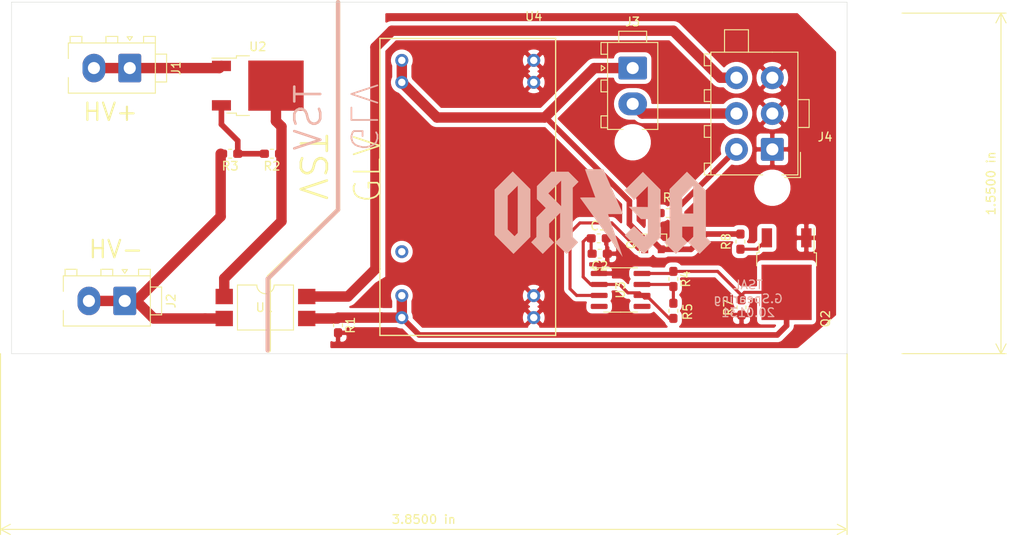
<source format=kicad_pcb>
(kicad_pcb (version 20171130) (host pcbnew 5.1.5-52549c5~84~ubuntu18.04.1)

  (general
    (thickness 1.6)
    (drawings 19)
    (tracks 93)
    (zones 0)
    (modules 21)
    (nets 16)
  )

  (page A4)
  (layers
    (0 F.Cu signal)
    (31 B.Cu signal)
    (32 B.Adhes user)
    (33 F.Adhes user)
    (34 B.Paste user)
    (35 F.Paste user)
    (36 B.SilkS user)
    (37 F.SilkS user)
    (38 B.Mask user)
    (39 F.Mask user)
    (40 Dwgs.User user)
    (41 Cmts.User user)
    (42 Eco1.User user)
    (43 Eco2.User user)
    (44 Edge.Cuts user)
    (45 Margin user)
    (46 B.CrtYd user)
    (47 F.CrtYd user)
    (48 B.Fab user)
    (49 F.Fab user hide)
  )

  (setup
    (last_trace_width 0.25)
    (user_trace_width 0.24)
    (user_trace_width 0.36)
    (user_trace_width 0.65)
    (user_trace_width 1.2)
    (trace_clearance 0.2)
    (zone_clearance 0.508)
    (zone_45_only no)
    (trace_min 0.2)
    (via_size 0.8)
    (via_drill 0.4)
    (via_min_size 0.4)
    (via_min_drill 0.3)
    (uvia_size 0.3)
    (uvia_drill 0.1)
    (uvias_allowed no)
    (uvia_min_size 0.2)
    (uvia_min_drill 0.1)
    (edge_width 0.05)
    (segment_width 0.2)
    (pcb_text_width 0.3)
    (pcb_text_size 1.5 1.5)
    (mod_edge_width 0.12)
    (mod_text_size 1 1)
    (mod_text_width 0.15)
    (pad_size 1.524 1.524)
    (pad_drill 0.762)
    (pad_to_mask_clearance 0.051)
    (solder_mask_min_width 0.25)
    (aux_axis_origin 0 0)
    (visible_elements FFFFFF7F)
    (pcbplotparams
      (layerselection 0x010fc_ffffffff)
      (usegerberextensions false)
      (usegerberattributes false)
      (usegerberadvancedattributes false)
      (creategerberjobfile false)
      (excludeedgelayer true)
      (linewidth 0.100000)
      (plotframeref false)
      (viasonmask false)
      (mode 1)
      (useauxorigin false)
      (hpglpennumber 1)
      (hpglpenspeed 20)
      (hpglpendiameter 15.000000)
      (psnegative false)
      (psa4output false)
      (plotreference true)
      (plotvalue true)
      (plotinvisibletext false)
      (padsonsilk false)
      (subtractmaskfromsilk false)
      (outputformat 1)
      (mirror false)
      (drillshape 1)
      (scaleselection 1)
      (outputdirectory ""))
  )

  (net 0 "")
  (net 1 GND)
  (net 2 /THR)
  (net 3 /HV+)
  (net 4 GNDA)
  (net 5 /LED_GREEN+)
  (net 6 +24V)
  (net 7 /LED_RED+)
  (net 8 /GLV+)
  (net 9 "Net-(Q1-Pad3)")
  (net 10 /555_OUTPUT)
  (net 11 +12V)
  (net 12 "Net-(Q2-Pad3)")
  (net 13 "Net-(R2-Pad2)")
  (net 14 +12VA)
  (net 15 /DIS)

  (net_class Default "This is the default net class."
    (clearance 0.2)
    (trace_width 0.25)
    (via_dia 0.8)
    (via_drill 0.4)
    (uvia_dia 0.3)
    (uvia_drill 0.1)
    (add_net +12V)
    (add_net +24V)
    (add_net /555_OUTPUT)
    (add_net /DIS)
    (add_net /GLV+)
    (add_net /LED_GREEN+)
    (add_net /LED_RED+)
    (add_net /THR)
    (add_net GND)
    (add_net "Net-(Q1-Pad3)")
    (add_net "Net-(Q2-Pad3)")
    (add_net "Net-(R2-Pad2)")
  )

  (net_class HV ""
    (clearance 0.85)
    (trace_width 1.2)
    (via_dia 1)
    (via_drill 0.6)
    (uvia_dia 0.3)
    (uvia_drill 0.1)
    (add_net +12VA)
    (add_net /HV+)
    (add_net GNDA)
  )

  (module aero_footprint:AERO_Logo_25x10mm (layer B.Cu) (tedit 0) (tstamp 5E3411F0)
    (at 175.006 110.744 180)
    (fp_text reference G*** (at 0 0) (layer B.SilkS) hide
      (effects (font (size 1.524 1.524) (thickness 0.3)) (justify mirror))
    )
    (fp_text value LOGO (at 0.75 0) (layer B.SilkS) hide
      (effects (font (size 1.524 1.524) (thickness 0.3)) (justify mirror))
    )
    (fp_poly (pts (xy 12.525229 2.710159) (xy 12.525229 -2.535324) (xy 10.339393 -4.71889) (xy 9.364192 -3.742421)
      (xy 8.388991 -2.765953) (xy 8.388991 -2.2956) (xy 9.845413 -2.2956) (xy 10.032432 -2.488555)
      (xy 10.219452 -2.68151) (xy 11.01055 -1.896474) (xy 11.01055 2.012048) (xy 10.427982 2.592431)
      (xy 9.845413 3.172814) (xy 9.845413 -2.2956) (xy 8.388991 -2.2956) (xy 8.388991 2.76845)
      (xy 9.408495 3.786706) (xy 10.427999 4.804961) (xy 12.525229 2.710159)) (layer B.SilkS) (width 0.01))
    (fp_poly (pts (xy 6.802244 3.946175) (xy 7.631651 3.115285) (xy 7.631651 1.604369) (xy 7.123086 1.093437)
      (xy 6.614521 0.582504) (xy 7.152215 0.042566) (xy 7.689908 -0.497373) (xy 7.689908 -2.763538)
      (xy 7.994602 -3.072064) (xy 8.299295 -3.38059) (xy 6.960436 -4.719449) (xy 6.307049 -4.063738)
      (xy 5.653662 -3.408028) (xy 6.228442 -2.767202) (xy 6.233486 -1.250536) (xy 5.592661 -0.611697)
      (xy 4.951835 0.027141) (xy 4.951835 -2.829839) (xy 5.243762 -3.117377) (xy 5.53569 -3.404915)
      (xy 4.880607 -4.061861) (xy 4.656022 -4.284832) (xy 4.45981 -4.475378) (xy 4.306705 -4.619528)
      (xy 4.21144 -4.703309) (xy 4.187859 -4.718807) (xy 4.136831 -4.678799) (xy 4.020352 -4.568311)
      (xy 3.852889 -4.401644) (xy 3.648913 -4.193102) (xy 3.512625 -4.05132) (xy 2.875057 -3.383832)
      (xy 3.495413 -2.771182) (xy 3.495413 0.787039) (xy 4.835321 0.787039) (xy 6.3203 2.272018)
      (xy 5.577811 3.014508) (xy 4.835321 3.756998) (xy 4.835321 0.787039) (xy 3.495413 0.787039)
      (xy 3.495413 2.938594) (xy 3.161895 3.275628) (xy 2.828378 3.612662) (xy 3.98841 4.777064)
      (xy 5.972837 4.777064) (xy 6.802244 3.946175)) (layer B.SilkS) (width 0.01))
    (fp_poly (pts (xy -2.477659 2.622121) (xy -3.029276 2.068201) (xy -3.580892 1.514282) (xy -5.184862 3.115182)
      (xy -5.184862 0.69421) (xy -4.078692 0.711211) (xy -2.972522 0.728211) (xy -4.396646 -0.699083)
      (xy -5.184862 -0.699083) (xy -5.184862 -2.382603) (xy -4.977207 -2.540989) (xy -4.769551 -2.699376)
      (xy -4.175481 -2.107328) (xy -3.581411 -1.515279) (xy -2.530301 -2.566389) (xy -3.611941 -3.642598)
      (xy -3.902517 -3.930701) (xy -4.165689 -4.189694) (xy -4.390326 -4.40878) (xy -4.565301 -4.577165)
      (xy -4.679482 -4.684053) (xy -4.72142 -4.718807) (xy -4.768729 -4.679379) (xy -4.886204 -4.568805)
      (xy -5.061953 -4.398654) (xy -5.284083 -4.180497) (xy -5.540701 -3.925902) (xy -5.695272 -3.77149)
      (xy -6.641284 -2.824173) (xy -6.641284 2.704844) (xy -5.623333 3.72851) (xy -4.605381 4.752177)
      (xy -2.477659 2.622121)) (layer B.SilkS) (width 0.01))
    (fp_poly (pts (xy -8.694247 3.771558) (xy -7.689908 2.765987) (xy -7.689908 -2.763538) (xy -7.385215 -3.072064)
      (xy -7.080521 -3.38059) (xy -7.749951 -4.050019) (xy -8.41938 -4.719449) (xy -9.755082 -3.379947)
      (xy -9.450706 -3.071743) (xy -9.14633 -2.763538) (xy -9.14633 -1.572936) (xy -10.427982 -1.572936)
      (xy -10.427982 -2.763538) (xy -10.123288 -3.072064) (xy -9.818595 -3.38059) (xy -11.157454 -4.719449)
      (xy -11.825305 -4.049698) (xy -12.493155 -3.379947) (xy -12.18878 -3.071743) (xy -11.884404 -2.763538)
      (xy -11.884404 -0.058257) (xy -10.427982 -0.058257) (xy -9.14633 -0.058257) (xy -9.14633 1.838329)
      (xy -9.784204 2.506665) (xy -10.422078 3.175) (xy -10.42503 1.558371) (xy -10.427982 -0.058257)
      (xy -11.884404 -0.058257) (xy -11.884404 2.593581) (xy -10.791495 3.685355) (xy -9.698586 4.777128)
      (xy -8.694247 3.771558)) (layer B.SilkS) (width 0.01))
    (fp_poly (pts (xy 1.48555 3.437156) (xy 0.88742 1.805963) (xy 1.792647 1.805963) (xy 2.13411 1.805266)
      (xy 2.374206 1.801911) (xy 2.528081 1.794001) (xy 2.610878 1.779642) (xy 2.637744 1.756938)
      (xy 2.623822 1.723993) (xy 2.607124 1.704014) (xy 2.560496 1.642703) (xy 2.452739 1.496064)
      (xy 2.2906 1.273472) (xy 2.080823 0.984301) (xy 1.830152 0.637926) (xy 1.545334 0.243722)
      (xy 1.233113 -0.188937) (xy 0.900234 -0.650674) (xy 0.553443 -1.132116) (xy 0.199483 -1.623887)
      (xy -0.154899 -2.116613) (xy -0.502959 -2.600919) (xy -0.837952 -3.06743) (xy -1.153132 -3.506771)
      (xy -1.441755 -3.909568) (xy -1.697076 -4.266444) (xy -1.912349 -4.568027) (xy -2.08083 -4.80494)
      (xy -2.195773 -4.967808) (xy -2.250434 -5.047258) (xy -2.251631 -5.049138) (xy -2.247031 -5.018182)
      (xy -2.207458 -4.887527) (xy -2.136353 -4.667475) (xy -2.037157 -4.368325) (xy -1.913312 -4.000379)
      (xy -1.768257 -3.573937) (xy -1.605433 -3.099301) (xy -1.450599 -2.651135) (xy -1.272624 -2.137289)
      (xy -1.106931 -1.658286) (xy -0.957313 -1.225136) (xy -0.827562 -0.84885) (xy -0.721473 -0.540437)
      (xy -0.642839 -0.310908) (xy -0.595452 -0.171273) (xy -0.582569 -0.131524) (xy -0.637453 -0.126278)
      (xy -0.788619 -0.121831) (xy -1.015833 -0.118534) (xy -1.298863 -0.116739) (xy -1.448313 -0.116514)
      (xy -2.314057 -0.116514) (xy -1.663387 1.354472) (xy -1.457671 1.81999) (xy -1.235644 2.323191)
      (xy -1.011221 2.832488) (xy -0.798318 3.316289) (xy -0.610849 3.743005) (xy -0.521442 3.946904)
      (xy -0.030166 5.068348) (xy 2.083681 5.068348) (xy 1.48555 3.437156)) (layer B.SilkS) (width 0.01))
  )

  (module Connector_TE-Connectivity:TE_MATE-N-LOK_1-770866-x_1x02_P4.14mm_Vertical (layer F.Cu) (tedit 5B787EAA) (tstamp 5E33F793)
    (at 120.34 93.98 270)
    (descr "Molex Mini-Universal MATE-N-LOK, old mpn/engineering number: 1-770866-x, 2 Pins per row (http://www.te.com/commerce/DocumentDelivery/DDEController?Action=srchrtrv&DocNm=82181_SOFTSHELL_HIGH_DENSITY&DocType=CS&DocLang=EN), generated with kicad-footprint-generator")
    (tags "connector TE MATE-N-LOK side entry")
    (path /5E30ADE1)
    (fp_text reference J1 (at 0 -5.35 90) (layer F.SilkS)
      (effects (font (size 1 1) (thickness 0.15)))
    )
    (fp_text value "HV INPUT" (at 0 11.37 90) (layer F.Fab)
      (effects (font (size 1 1) (thickness 0.15)))
    )
    (fp_text user %R (at 2.09 2.07) (layer F.Fab)
      (effects (font (size 1 1) (thickness 0.15)))
    )
    (fp_line (start 3.29 -4.65) (end -4.05 -4.65) (layer F.CrtYd) (width 0.05))
    (fp_line (start 3.29 10.67) (end 3.29 -4.65) (layer F.CrtYd) (width 0.05))
    (fp_line (start -4.05 10.67) (end 3.29 10.67) (layer F.CrtYd) (width 0.05))
    (fp_line (start -4.05 -4.65) (end -4.05 10.67) (layer F.CrtYd) (width 0.05))
    (fp_line (start -1.375786 0) (end -2.79 1) (layer F.Fab) (width 0.1))
    (fp_line (start -2.79 -1) (end -1.375786 0) (layer F.Fab) (width 0.1))
    (fp_line (start -3.624264 -0.3) (end -3.2 0) (layer F.SilkS) (width 0.12))
    (fp_line (start -3.624264 0.3) (end -3.624264 -0.3) (layer F.SilkS) (width 0.12))
    (fp_line (start -3.2 0) (end -3.624264 0.3) (layer F.SilkS) (width 0.12))
    (fp_line (start 1.699672 9.576) (end -1.699672 9.576) (layer F.Fab) (width 0.1))
    (fp_line (start 1.733977 7.645) (end -1.733977 7.645) (layer F.Fab) (width 0.1))
    (fp_line (start -0.8 6.985) (end -0.8 7.645) (layer F.Fab) (width 0.1))
    (fp_line (start 0.8 6.985) (end 0.8 7.645) (layer F.Fab) (width 0.1))
    (fp_line (start -3.66 6.89) (end -2.9 6.89) (layer F.SilkS) (width 0.12))
    (fp_line (start -3.66 5.53) (end -3.66 6.89) (layer F.SilkS) (width 0.12))
    (fp_line (start -2.9 5.53) (end -3.66 5.53) (layer F.SilkS) (width 0.12))
    (fp_line (start -3.55 6.78) (end -2.79 6.78) (layer F.Fab) (width 0.1))
    (fp_line (start -3.55 5.64) (end -3.55 6.78) (layer F.Fab) (width 0.1))
    (fp_line (start -2.79 5.64) (end -3.55 5.64) (layer F.Fab) (width 0.1))
    (fp_line (start -3.66 2.75) (end -2.9 2.75) (layer F.SilkS) (width 0.12))
    (fp_line (start -3.66 1.39) (end -3.66 2.75) (layer F.SilkS) (width 0.12))
    (fp_line (start -2.9 1.39) (end -3.66 1.39) (layer F.SilkS) (width 0.12))
    (fp_line (start -3.55 2.64) (end -2.79 2.64) (layer F.Fab) (width 0.1))
    (fp_line (start -3.55 1.5) (end -3.55 2.64) (layer F.Fab) (width 0.1))
    (fp_line (start -2.79 1.5) (end -3.55 1.5) (layer F.Fab) (width 0.1))
    (fp_line (start -3.66 -1.595) (end -2.9 -1.595) (layer F.SilkS) (width 0.12))
    (fp_line (start -3.66 -2.955) (end -3.66 -1.595) (layer F.SilkS) (width 0.12))
    (fp_line (start -2.9 -2.955) (end -3.66 -2.955) (layer F.SilkS) (width 0.12))
    (fp_line (start -3.55 -1.705) (end -2.79 -1.705) (layer F.Fab) (width 0.1))
    (fp_line (start -3.55 -2.845) (end -3.55 -1.705) (layer F.Fab) (width 0.1))
    (fp_line (start -2.79 -2.845) (end -3.55 -2.845) (layer F.Fab) (width 0.1))
    (fp_line (start 1.61 -4.255) (end 1.61 -2.955) (layer F.SilkS) (width 0.12))
    (fp_line (start -1.61 -4.255) (end 1.61 -4.255) (layer F.SilkS) (width 0.12))
    (fp_line (start -1.61 -2.955) (end -1.61 -4.255) (layer F.SilkS) (width 0.12))
    (fp_line (start 1.5 -4.145) (end 1.5 -2.845) (layer F.Fab) (width 0.1))
    (fp_line (start -1.5 -4.145) (end 1.5 -4.145) (layer F.Fab) (width 0.1))
    (fp_line (start -1.5 -2.845) (end -1.5 -4.145) (layer F.Fab) (width 0.1))
    (fp_line (start 2.9 7.095) (end 1.103302 7.095) (layer F.SilkS) (width 0.12))
    (fp_line (start 2.9 -2.955) (end 2.9 7.095) (layer F.SilkS) (width 0.12))
    (fp_line (start 0 -2.955) (end 2.9 -2.955) (layer F.SilkS) (width 0.12))
    (fp_line (start -2.9 7.095) (end -1.103302 7.095) (layer F.SilkS) (width 0.12))
    (fp_line (start -2.9 -2.955) (end -2.9 7.095) (layer F.SilkS) (width 0.12))
    (fp_line (start 0 -2.955) (end -2.9 -2.955) (layer F.SilkS) (width 0.12))
    (fp_line (start 2.79 -2.845) (end -2.79 -2.845) (layer F.Fab) (width 0.1))
    (fp_line (start 2.79 6.985) (end 2.79 -2.845) (layer F.Fab) (width 0.1))
    (fp_line (start -2.79 6.985) (end 2.79 6.985) (layer F.Fab) (width 0.1))
    (fp_line (start -2.79 -2.845) (end -2.79 6.985) (layer F.Fab) (width 0.1))
    (fp_arc (start 0 8.58) (end -1.733977 7.645) (angle -58.704676) (layer F.Fab) (width 0.1))
    (fp_arc (start 0 8.58) (end 1.733977 7.645) (angle 58.704676) (layer F.Fab) (width 0.1))
    (pad "" np_thru_hole circle (at 0 8.58 270) (size 3.18 3.18) (drill 3.18) (layers *.Cu *.Mask))
    (pad 2 thru_hole oval (at 0 4.14 270) (size 3.3 2.64) (drill 1.4) (layers *.Cu *.Mask)
      (net 3 /HV+))
    (pad 1 thru_hole roundrect (at 0 0 270) (size 3.3 2.64) (drill 1.4) (layers *.Cu *.Mask) (roundrect_rratio 0.094697)
      (net 3 /HV+))
    (model ${KISYS3DMOD}/Connector_TE-Connectivity.3dshapes/TE_MATE-N-LOK_1-770866-x_1x02_P4.14mm_Vertical.wrl
      (at (xyz 0 0 0))
      (scale (xyz 1 1 1))
      (rotate (xyz 0 0 0))
    )
  )

  (module Resistor_SMD:R_0603_1608Metric_Pad1.05x0.95mm_HandSolder (layer F.Cu) (tedit 5B301BBD) (tstamp 5E343D16)
    (at 190.881 114.046 270)
    (descr "Resistor SMD 0603 (1608 Metric), square (rectangular) end terminal, IPC_7351 nominal with elongated pad for handsoldering. (Body size source: http://www.tortai-tech.com/upload/download/2011102023233369053.pdf), generated with kicad-footprint-generator")
    (tags "resistor handsolder")
    (path /5E35CEBD)
    (attr smd)
    (fp_text reference R8 (at 0 1.651 90) (layer F.SilkS)
      (effects (font (size 1 1) (thickness 0.15)))
    )
    (fp_text value 1k (at 0 1.43 90) (layer F.Fab)
      (effects (font (size 1 1) (thickness 0.15)))
    )
    (fp_text user %R (at 0 0 90) (layer F.Fab)
      (effects (font (size 0.4 0.4) (thickness 0.06)))
    )
    (fp_line (start 1.65 0.73) (end -1.65 0.73) (layer F.CrtYd) (width 0.05))
    (fp_line (start 1.65 -0.73) (end 1.65 0.73) (layer F.CrtYd) (width 0.05))
    (fp_line (start -1.65 -0.73) (end 1.65 -0.73) (layer F.CrtYd) (width 0.05))
    (fp_line (start -1.65 0.73) (end -1.65 -0.73) (layer F.CrtYd) (width 0.05))
    (fp_line (start -0.171267 0.51) (end 0.171267 0.51) (layer F.SilkS) (width 0.12))
    (fp_line (start -0.171267 -0.51) (end 0.171267 -0.51) (layer F.SilkS) (width 0.12))
    (fp_line (start 0.8 0.4) (end -0.8 0.4) (layer F.Fab) (width 0.1))
    (fp_line (start 0.8 -0.4) (end 0.8 0.4) (layer F.Fab) (width 0.1))
    (fp_line (start -0.8 -0.4) (end 0.8 -0.4) (layer F.Fab) (width 0.1))
    (fp_line (start -0.8 0.4) (end -0.8 -0.4) (layer F.Fab) (width 0.1))
    (pad 2 smd roundrect (at 0.875 0 270) (size 1.05 0.95) (layers F.Cu F.Paste F.Mask) (roundrect_rratio 0.25)
      (net 12 "Net-(Q2-Pad3)"))
    (pad 1 smd roundrect (at -0.875 0 270) (size 1.05 0.95) (layers F.Cu F.Paste F.Mask) (roundrect_rratio 0.25)
      (net 6 +24V))
    (model ${KISYS3DMOD}/Resistor_SMD.3dshapes/R_0603_1608Metric.wrl
      (at (xyz 0 0 0))
      (scale (xyz 1 1 1))
      (rotate (xyz 0 0 0))
    )
  )

  (module Resistor_SMD:R_0603_1608Metric_Pad1.05x0.95mm_HandSolder (layer F.Cu) (tedit 5B301BBD) (tstamp 5E343A45)
    (at 191.008 121.652 270)
    (descr "Resistor SMD 0603 (1608 Metric), square (rectangular) end terminal, IPC_7351 nominal with elongated pad for handsoldering. (Body size source: http://www.tortai-tech.com/upload/download/2011102023233369053.pdf), generated with kicad-footprint-generator")
    (tags "resistor handsolder")
    (path /5E39457C)
    (attr smd)
    (fp_text reference R7 (at 0.014 1.524 90) (layer F.SilkS)
      (effects (font (size 1 1) (thickness 0.15)))
    )
    (fp_text value 10k (at 0 1.43 90) (layer F.Fab)
      (effects (font (size 1 1) (thickness 0.15)))
    )
    (fp_text user %R (at 0 0 90) (layer F.Fab)
      (effects (font (size 0.4 0.4) (thickness 0.06)))
    )
    (fp_line (start 1.65 0.73) (end -1.65 0.73) (layer F.CrtYd) (width 0.05))
    (fp_line (start 1.65 -0.73) (end 1.65 0.73) (layer F.CrtYd) (width 0.05))
    (fp_line (start -1.65 -0.73) (end 1.65 -0.73) (layer F.CrtYd) (width 0.05))
    (fp_line (start -1.65 0.73) (end -1.65 -0.73) (layer F.CrtYd) (width 0.05))
    (fp_line (start -0.171267 0.51) (end 0.171267 0.51) (layer F.SilkS) (width 0.12))
    (fp_line (start -0.171267 -0.51) (end 0.171267 -0.51) (layer F.SilkS) (width 0.12))
    (fp_line (start 0.8 0.4) (end -0.8 0.4) (layer F.Fab) (width 0.1))
    (fp_line (start 0.8 -0.4) (end 0.8 0.4) (layer F.Fab) (width 0.1))
    (fp_line (start -0.8 -0.4) (end 0.8 -0.4) (layer F.Fab) (width 0.1))
    (fp_line (start -0.8 0.4) (end -0.8 -0.4) (layer F.Fab) (width 0.1))
    (pad 2 smd roundrect (at 0.875 0 270) (size 1.05 0.95) (layers F.Cu F.Paste F.Mask) (roundrect_rratio 0.25)
      (net 1 GND))
    (pad 1 smd roundrect (at -0.875 0 270) (size 1.05 0.95) (layers F.Cu F.Paste F.Mask) (roundrect_rratio 0.25)
      (net 11 +12V))
    (model ${KISYS3DMOD}/Resistor_SMD.3dshapes/R_0603_1608Metric.wrl
      (at (xyz 0 0 0))
      (scale (xyz 1 1 1))
      (rotate (xyz 0 0 0))
    )
  )

  (module Resistor_SMD:R_0603_1608Metric_Pad1.05x0.95mm_HandSolder (layer F.Cu) (tedit 5B301BBD) (tstamp 5E343291)
    (at 182.485 110.744 180)
    (descr "Resistor SMD 0603 (1608 Metric), square (rectangular) end terminal, IPC_7351 nominal with elongated pad for handsoldering. (Body size source: http://www.tortai-tech.com/upload/download/2011102023233369053.pdf), generated with kicad-footprint-generator")
    (tags "resistor handsolder")
    (path /5E42A503)
    (attr smd)
    (fp_text reference R6 (at -0.395 1.778) (layer F.SilkS)
      (effects (font (size 1 1) (thickness 0.15)))
    )
    (fp_text value R (at 0 1.43) (layer F.Fab)
      (effects (font (size 1 1) (thickness 0.15)))
    )
    (fp_text user %R (at 0 0) (layer F.Fab)
      (effects (font (size 0.4 0.4) (thickness 0.06)))
    )
    (fp_line (start 1.65 0.73) (end -1.65 0.73) (layer F.CrtYd) (width 0.05))
    (fp_line (start 1.65 -0.73) (end 1.65 0.73) (layer F.CrtYd) (width 0.05))
    (fp_line (start -1.65 -0.73) (end 1.65 -0.73) (layer F.CrtYd) (width 0.05))
    (fp_line (start -1.65 0.73) (end -1.65 -0.73) (layer F.CrtYd) (width 0.05))
    (fp_line (start -0.171267 0.51) (end 0.171267 0.51) (layer F.SilkS) (width 0.12))
    (fp_line (start -0.171267 -0.51) (end 0.171267 -0.51) (layer F.SilkS) (width 0.12))
    (fp_line (start 0.8 0.4) (end -0.8 0.4) (layer F.Fab) (width 0.1))
    (fp_line (start 0.8 -0.4) (end 0.8 0.4) (layer F.Fab) (width 0.1))
    (fp_line (start -0.8 -0.4) (end 0.8 -0.4) (layer F.Fab) (width 0.1))
    (fp_line (start -0.8 0.4) (end -0.8 -0.4) (layer F.Fab) (width 0.1))
    (pad 2 smd roundrect (at 0.875 0 180) (size 1.05 0.95) (layers F.Cu F.Paste F.Mask) (roundrect_rratio 0.25)
      (net 9 "Net-(Q1-Pad3)"))
    (pad 1 smd roundrect (at -0.875 0 180) (size 1.05 0.95) (layers F.Cu F.Paste F.Mask) (roundrect_rratio 0.25)
      (net 7 /LED_RED+))
    (model ${KISYS3DMOD}/Resistor_SMD.3dshapes/R_0603_1608Metric.wrl
      (at (xyz 0 0 0))
      (scale (xyz 1 1 1))
      (rotate (xyz 0 0 0))
    )
  )

  (module Resistor_SMD:R_0603_1608Metric_Pad1.05x0.95mm_HandSolder (layer F.Cu) (tedit 5B301BBD) (tstamp 5E343DB8)
    (at 183.134 122.047 270)
    (descr "Resistor SMD 0603 (1608 Metric), square (rectangular) end terminal, IPC_7351 nominal with elongated pad for handsoldering. (Body size source: http://www.tortai-tech.com/upload/download/2011102023233369053.pdf), generated with kicad-footprint-generator")
    (tags "resistor handsolder")
    (path /5E3A5E0B)
    (attr smd)
    (fp_text reference R5 (at 0.113 -1.651 90) (layer F.SilkS)
      (effects (font (size 1 1) (thickness 0.15)))
    )
    (fp_text value 235k (at 0 1.43 90) (layer F.Fab)
      (effects (font (size 1 1) (thickness 0.15)))
    )
    (fp_text user %R (at 0 0 90) (layer F.Fab)
      (effects (font (size 0.4 0.4) (thickness 0.06)))
    )
    (fp_line (start 1.65 0.73) (end -1.65 0.73) (layer F.CrtYd) (width 0.05))
    (fp_line (start 1.65 -0.73) (end 1.65 0.73) (layer F.CrtYd) (width 0.05))
    (fp_line (start -1.65 -0.73) (end 1.65 -0.73) (layer F.CrtYd) (width 0.05))
    (fp_line (start -1.65 0.73) (end -1.65 -0.73) (layer F.CrtYd) (width 0.05))
    (fp_line (start -0.171267 0.51) (end 0.171267 0.51) (layer F.SilkS) (width 0.12))
    (fp_line (start -0.171267 -0.51) (end 0.171267 -0.51) (layer F.SilkS) (width 0.12))
    (fp_line (start 0.8 0.4) (end -0.8 0.4) (layer F.Fab) (width 0.1))
    (fp_line (start 0.8 -0.4) (end 0.8 0.4) (layer F.Fab) (width 0.1))
    (fp_line (start -0.8 -0.4) (end 0.8 -0.4) (layer F.Fab) (width 0.1))
    (fp_line (start -0.8 0.4) (end -0.8 -0.4) (layer F.Fab) (width 0.1))
    (pad 2 smd roundrect (at 0.875 0 270) (size 1.05 0.95) (layers F.Cu F.Paste F.Mask) (roundrect_rratio 0.25)
      (net 2 /THR))
    (pad 1 smd roundrect (at -0.875 0 270) (size 1.05 0.95) (layers F.Cu F.Paste F.Mask) (roundrect_rratio 0.25)
      (net 15 /DIS))
    (model ${KISYS3DMOD}/Resistor_SMD.3dshapes/R_0603_1608Metric.wrl
      (at (xyz 0 0 0))
      (scale (xyz 1 1 1))
      (rotate (xyz 0 0 0))
    )
  )

  (module Resistor_SMD:R_0603_1608Metric_Pad1.05x0.95mm_HandSolder (layer F.Cu) (tedit 5B301BBD) (tstamp 5E343D57)
    (at 183.134 118.364 270)
    (descr "Resistor SMD 0603 (1608 Metric), square (rectangular) end terminal, IPC_7351 nominal with elongated pad for handsoldering. (Body size source: http://www.tortai-tech.com/upload/download/2011102023233369053.pdf), generated with kicad-footprint-generator")
    (tags "resistor handsolder")
    (path /5E38B417)
    (attr smd)
    (fp_text reference R4 (at 0 -1.43 90) (layer F.SilkS)
      (effects (font (size 1 1) (thickness 0.15)))
    )
    (fp_text value 100k (at 0 1.43 90) (layer F.Fab)
      (effects (font (size 1 1) (thickness 0.15)))
    )
    (fp_text user %R (at 0 0 90) (layer F.Fab)
      (effects (font (size 0.4 0.4) (thickness 0.06)))
    )
    (fp_line (start 1.65 0.73) (end -1.65 0.73) (layer F.CrtYd) (width 0.05))
    (fp_line (start 1.65 -0.73) (end 1.65 0.73) (layer F.CrtYd) (width 0.05))
    (fp_line (start -1.65 -0.73) (end 1.65 -0.73) (layer F.CrtYd) (width 0.05))
    (fp_line (start -1.65 0.73) (end -1.65 -0.73) (layer F.CrtYd) (width 0.05))
    (fp_line (start -0.171267 0.51) (end 0.171267 0.51) (layer F.SilkS) (width 0.12))
    (fp_line (start -0.171267 -0.51) (end 0.171267 -0.51) (layer F.SilkS) (width 0.12))
    (fp_line (start 0.8 0.4) (end -0.8 0.4) (layer F.Fab) (width 0.1))
    (fp_line (start 0.8 -0.4) (end 0.8 0.4) (layer F.Fab) (width 0.1))
    (fp_line (start -0.8 -0.4) (end 0.8 -0.4) (layer F.Fab) (width 0.1))
    (fp_line (start -0.8 0.4) (end -0.8 -0.4) (layer F.Fab) (width 0.1))
    (pad 2 smd roundrect (at 0.875 0 270) (size 1.05 0.95) (layers F.Cu F.Paste F.Mask) (roundrect_rratio 0.25)
      (net 15 /DIS))
    (pad 1 smd roundrect (at -0.875 0 270) (size 1.05 0.95) (layers F.Cu F.Paste F.Mask) (roundrect_rratio 0.25)
      (net 11 +12V))
    (model ${KISYS3DMOD}/Resistor_SMD.3dshapes/R_0603_1608Metric.wrl
      (at (xyz 0 0 0))
      (scale (xyz 1 1 1))
      (rotate (xyz 0 0 0))
    )
  )

  (module Resistor_SMD:R_0603_1608Metric_Pad1.05x0.95mm_HandSolder (layer F.Cu) (tedit 5B301BBD) (tstamp 5E341B06)
    (at 131.939 103.886 180)
    (descr "Resistor SMD 0603 (1608 Metric), square (rectangular) end terminal, IPC_7351 nominal with elongated pad for handsoldering. (Body size source: http://www.tortai-tech.com/upload/download/2011102023233369053.pdf), generated with kicad-footprint-generator")
    (tags "resistor handsolder")
    (path /5E59B9EC)
    (attr smd)
    (fp_text reference R3 (at 0 -1.43) (layer F.SilkS)
      (effects (font (size 1 1) (thickness 0.15)))
    )
    (fp_text value 20k (at 0 1.43) (layer F.Fab)
      (effects (font (size 1 1) (thickness 0.15)))
    )
    (fp_text user %R (at 0 0) (layer F.Fab)
      (effects (font (size 0.4 0.4) (thickness 0.06)))
    )
    (fp_line (start 1.65 0.73) (end -1.65 0.73) (layer F.CrtYd) (width 0.05))
    (fp_line (start 1.65 -0.73) (end 1.65 0.73) (layer F.CrtYd) (width 0.05))
    (fp_line (start -1.65 -0.73) (end 1.65 -0.73) (layer F.CrtYd) (width 0.05))
    (fp_line (start -1.65 0.73) (end -1.65 -0.73) (layer F.CrtYd) (width 0.05))
    (fp_line (start -0.171267 0.51) (end 0.171267 0.51) (layer F.SilkS) (width 0.12))
    (fp_line (start -0.171267 -0.51) (end 0.171267 -0.51) (layer F.SilkS) (width 0.12))
    (fp_line (start 0.8 0.4) (end -0.8 0.4) (layer F.Fab) (width 0.1))
    (fp_line (start 0.8 -0.4) (end 0.8 0.4) (layer F.Fab) (width 0.1))
    (fp_line (start -0.8 -0.4) (end 0.8 -0.4) (layer F.Fab) (width 0.1))
    (fp_line (start -0.8 0.4) (end -0.8 -0.4) (layer F.Fab) (width 0.1))
    (pad 2 smd roundrect (at 0.875 0 180) (size 1.05 0.95) (layers F.Cu F.Paste F.Mask) (roundrect_rratio 0.25)
      (net 4 GNDA))
    (pad 1 smd roundrect (at -0.875 0 180) (size 1.05 0.95) (layers F.Cu F.Paste F.Mask) (roundrect_rratio 0.25)
      (net 13 "Net-(R2-Pad2)"))
    (model ${KISYS3DMOD}/Resistor_SMD.3dshapes/R_0603_1608Metric.wrl
      (at (xyz 0 0 0))
      (scale (xyz 1 1 1))
      (rotate (xyz 0 0 0))
    )
  )

  (module Resistor_SMD:R_0603_1608Metric_Pad1.05x0.95mm_HandSolder (layer F.Cu) (tedit 5B301BBD) (tstamp 5E340F4E)
    (at 136.765 103.886 180)
    (descr "Resistor SMD 0603 (1608 Metric), square (rectangular) end terminal, IPC_7351 nominal with elongated pad for handsoldering. (Body size source: http://www.tortai-tech.com/upload/download/2011102023233369053.pdf), generated with kicad-footprint-generator")
    (tags "resistor handsolder")
    (path /5E59B30C)
    (attr smd)
    (fp_text reference R2 (at 0 -1.43) (layer F.SilkS)
      (effects (font (size 1 1) (thickness 0.15)))
    )
    (fp_text value 180k (at 0 1.43) (layer F.Fab)
      (effects (font (size 1 1) (thickness 0.15)))
    )
    (fp_text user %R (at 0 0) (layer F.Fab)
      (effects (font (size 0.4 0.4) (thickness 0.06)))
    )
    (fp_line (start 1.65 0.73) (end -1.65 0.73) (layer F.CrtYd) (width 0.05))
    (fp_line (start 1.65 -0.73) (end 1.65 0.73) (layer F.CrtYd) (width 0.05))
    (fp_line (start -1.65 -0.73) (end 1.65 -0.73) (layer F.CrtYd) (width 0.05))
    (fp_line (start -1.65 0.73) (end -1.65 -0.73) (layer F.CrtYd) (width 0.05))
    (fp_line (start -0.171267 0.51) (end 0.171267 0.51) (layer F.SilkS) (width 0.12))
    (fp_line (start -0.171267 -0.51) (end 0.171267 -0.51) (layer F.SilkS) (width 0.12))
    (fp_line (start 0.8 0.4) (end -0.8 0.4) (layer F.Fab) (width 0.1))
    (fp_line (start 0.8 -0.4) (end 0.8 0.4) (layer F.Fab) (width 0.1))
    (fp_line (start -0.8 -0.4) (end 0.8 -0.4) (layer F.Fab) (width 0.1))
    (fp_line (start -0.8 0.4) (end -0.8 -0.4) (layer F.Fab) (width 0.1))
    (pad 2 smd roundrect (at 0.875 0 180) (size 1.05 0.95) (layers F.Cu F.Paste F.Mask) (roundrect_rratio 0.25)
      (net 13 "Net-(R2-Pad2)"))
    (pad 1 smd roundrect (at -0.875 0 180) (size 1.05 0.95) (layers F.Cu F.Paste F.Mask) (roundrect_rratio 0.25)
      (net 14 +12VA))
    (model ${KISYS3DMOD}/Resistor_SMD.3dshapes/R_0603_1608Metric.wrl
      (at (xyz 0 0 0))
      (scale (xyz 1 1 1))
      (rotate (xyz 0 0 0))
    )
  )

  (module Resistor_SMD:R_0603_1608Metric_Pad1.05x0.95mm_HandSolder (layer F.Cu) (tedit 5B301BBD) (tstamp 5E340EEE)
    (at 144.399 123.712 270)
    (descr "Resistor SMD 0603 (1608 Metric), square (rectangular) end terminal, IPC_7351 nominal with elongated pad for handsoldering. (Body size source: http://www.tortai-tech.com/upload/download/2011102023233369053.pdf), generated with kicad-footprint-generator")
    (tags "resistor handsolder")
    (path /5E33F945)
    (attr smd)
    (fp_text reference R1 (at 0 -1.43 90) (layer F.SilkS)
      (effects (font (size 1 1) (thickness 0.15)))
    )
    (fp_text value 10k (at 0 1.43 90) (layer F.Fab)
      (effects (font (size 1 1) (thickness 0.15)))
    )
    (fp_text user %R (at 0 0 90) (layer F.Fab)
      (effects (font (size 0.4 0.4) (thickness 0.06)))
    )
    (fp_line (start 1.65 0.73) (end -1.65 0.73) (layer F.CrtYd) (width 0.05))
    (fp_line (start 1.65 -0.73) (end 1.65 0.73) (layer F.CrtYd) (width 0.05))
    (fp_line (start -1.65 -0.73) (end 1.65 -0.73) (layer F.CrtYd) (width 0.05))
    (fp_line (start -1.65 0.73) (end -1.65 -0.73) (layer F.CrtYd) (width 0.05))
    (fp_line (start -0.171267 0.51) (end 0.171267 0.51) (layer F.SilkS) (width 0.12))
    (fp_line (start -0.171267 -0.51) (end 0.171267 -0.51) (layer F.SilkS) (width 0.12))
    (fp_line (start 0.8 0.4) (end -0.8 0.4) (layer F.Fab) (width 0.1))
    (fp_line (start 0.8 -0.4) (end 0.8 0.4) (layer F.Fab) (width 0.1))
    (fp_line (start -0.8 -0.4) (end 0.8 -0.4) (layer F.Fab) (width 0.1))
    (fp_line (start -0.8 0.4) (end -0.8 -0.4) (layer F.Fab) (width 0.1))
    (pad 2 smd roundrect (at 0.875 0 270) (size 1.05 0.95) (layers F.Cu F.Paste F.Mask) (roundrect_rratio 0.25)
      (net 1 GND))
    (pad 1 smd roundrect (at -0.875 0 270) (size 1.05 0.95) (layers F.Cu F.Paste F.Mask) (roundrect_rratio 0.25)
      (net 11 +12V))
    (model ${KISYS3DMOD}/Resistor_SMD.3dshapes/R_0603_1608Metric.wrl
      (at (xyz 0 0 0))
      (scale (xyz 1 1 1))
      (rotate (xyz 0 0 0))
    )
  )

  (module aero_footprint:LDB-_L (layer F.Cu) (tedit 5D9E5413) (tstamp 5E343959)
    (at 167.005 93.091 180)
    (path /5E46437E)
    (fp_text reference U4 (at 0 5.08) (layer F.SilkS)
      (effects (font (size 1 1) (thickness 0.15)))
    )
    (fp_text value LDB-350L (at 7.62 -33.02) (layer F.Fab)
      (effects (font (size 1 1) (thickness 0.15)))
    )
    (fp_line (start 17.77 2.54) (end 17.77 -31.8) (layer F.SilkS) (width 0.15))
    (fp_line (start -2.54 2.54) (end 17.78 2.54) (layer F.SilkS) (width 0.15))
    (fp_line (start -2.53 -31.8) (end -2.53 2.54) (layer F.SilkS) (width 0.15))
    (fp_line (start -2.54 -31.8) (end 17.78 -31.8) (layer F.SilkS) (width 0.15))
    (pad 13 thru_hole circle (at 15.24 0 180) (size 1.5 1.5) (drill 0.85) (layers *.Cu *.Mask)
      (net 6 +24V))
    (pad 14 thru_hole circle (at 15.24 -2.54 180) (size 1.5 1.5) (drill 0.85) (layers *.Cu *.Mask)
      (net 6 +24V))
    (pad 12 thru_hole circle (at 0 0 180) (size 1.5 1.5) (drill 0.85) (layers *.Cu *.Mask)
      (net 1 GND))
    (pad 11 thru_hole circle (at 0 -2.54 180) (size 1.5 1.5) (drill 0.85) (layers *.Cu *.Mask)
      (net 1 GND))
    (pad 21 thru_hole circle (at 15.24 -22.12 180) (size 1.5 1.5) (drill 0.85) (layers *.Cu *.Mask))
    (pad 2 thru_hole circle (at 0 -27.2 180) (size 1.5 1.5) (drill 0.85) (layers *.Cu *.Mask)
      (net 1 GND))
    (pad 1 thru_hole circle (at 0 -29.74 180) (size 1.5 1.5) (drill 0.85) (layers *.Cu *.Mask)
      (net 1 GND))
    (pad 23 thru_hole circle (at 15.24 -27.2 180) (size 1.5 1.5) (drill 0.85) (layers *.Cu *.Mask)
      (net 11 +12V))
    (pad 24 thru_hole circle (at 15.24 -29.74 180) (size 1.5 1.5) (drill 0.85) (layers *.Cu *.Mask)
      (net 11 +12V))
  )

  (module Package_SO:SOIC-8_3.9x4.9mm_P1.27mm (layer F.Cu) (tedit 5D9F72B1) (tstamp 5E3432CA)
    (at 177.038 119.634)
    (descr "SOIC, 8 Pin (JEDEC MS-012AA, https://www.analog.com/media/en/package-pcb-resources/package/pkg_pdf/soic_narrow-r/r_8.pdf), generated with kicad-footprint-generator ipc_gullwing_generator.py")
    (tags "SOIC SO")
    (path /5E389A17)
    (attr smd)
    (fp_text reference U3 (at 0 0 270) (layer F.SilkS)
      (effects (font (size 1 1) (thickness 0.15)))
    )
    (fp_text value LM555 (at 0 3.4) (layer F.Fab)
      (effects (font (size 1 1) (thickness 0.15)))
    )
    (fp_text user %R (at 0 0) (layer F.Fab)
      (effects (font (size 0.98 0.98) (thickness 0.15)))
    )
    (fp_line (start 3.7 -2.7) (end -3.7 -2.7) (layer F.CrtYd) (width 0.05))
    (fp_line (start 3.7 2.7) (end 3.7 -2.7) (layer F.CrtYd) (width 0.05))
    (fp_line (start -3.7 2.7) (end 3.7 2.7) (layer F.CrtYd) (width 0.05))
    (fp_line (start -3.7 -2.7) (end -3.7 2.7) (layer F.CrtYd) (width 0.05))
    (fp_line (start -1.95 -1.475) (end -0.975 -2.45) (layer F.Fab) (width 0.1))
    (fp_line (start -1.95 2.45) (end -1.95 -1.475) (layer F.Fab) (width 0.1))
    (fp_line (start 1.95 2.45) (end -1.95 2.45) (layer F.Fab) (width 0.1))
    (fp_line (start 1.95 -2.45) (end 1.95 2.45) (layer F.Fab) (width 0.1))
    (fp_line (start -0.975 -2.45) (end 1.95 -2.45) (layer F.Fab) (width 0.1))
    (fp_line (start 0 -2.56) (end -3.45 -2.56) (layer F.SilkS) (width 0.12))
    (fp_line (start 0 -2.56) (end 1.95 -2.56) (layer F.SilkS) (width 0.12))
    (fp_line (start 0 2.56) (end -1.95 2.56) (layer F.SilkS) (width 0.12))
    (fp_line (start 0 2.56) (end 1.95 2.56) (layer F.SilkS) (width 0.12))
    (pad 8 smd roundrect (at 2.475 -1.905) (size 1.95 0.6) (layers F.Cu F.Paste F.Mask) (roundrect_rratio 0.25)
      (net 11 +12V))
    (pad 7 smd roundrect (at 2.475 -0.635) (size 1.95 0.6) (layers F.Cu F.Paste F.Mask) (roundrect_rratio 0.25)
      (net 15 /DIS))
    (pad 6 smd roundrect (at 2.475 0.635) (size 1.95 0.6) (layers F.Cu F.Paste F.Mask) (roundrect_rratio 0.25)
      (net 2 /THR))
    (pad 5 smd roundrect (at 2.475 1.905) (size 1.95 0.6) (layers F.Cu F.Paste F.Mask) (roundrect_rratio 0.25))
    (pad 4 smd roundrect (at -2.475 1.905) (size 1.95 0.6) (layers F.Cu F.Paste F.Mask) (roundrect_rratio 0.25))
    (pad 3 smd roundrect (at -2.475 0.635) (size 1.95 0.6) (layers F.Cu F.Paste F.Mask) (roundrect_rratio 0.25)
      (net 10 /555_OUTPUT))
    (pad 2 smd roundrect (at -2.475 -0.635) (size 1.95 0.6) (layers F.Cu F.Paste F.Mask) (roundrect_rratio 0.25)
      (net 2 /THR))
    (pad 1 smd roundrect (at -2.475 -1.905) (size 1.95 0.6) (layers F.Cu F.Paste F.Mask) (roundrect_rratio 0.25)
      (net 1 GND))
    (model ${KISYS3DMOD}/Package_SO.3dshapes/SOIC-8_3.9x4.9mm_P1.27mm.wrl
      (at (xyz 0 0 0))
      (scale (xyz 1 1 1))
      (rotate (xyz 0 0 0))
    )
  )

  (module Package_TO_SOT_SMD:TO-252-2 (layer F.Cu) (tedit 5A70A390) (tstamp 5E33F94A)
    (at 135.128 96.012)
    (descr "TO-252 / DPAK SMD package, http://www.infineon.com/cms/en/product/packages/PG-TO252/PG-TO252-3-1/")
    (tags "DPAK TO-252 DPAK-3 TO-252-3 SOT-428")
    (path /5E30BDB6)
    (attr smd)
    (fp_text reference U2 (at 0 -4.5) (layer F.SilkS)
      (effects (font (size 1 1) (thickness 0.15)))
    )
    (fp_text value LR8K4-G (at 0 4.5) (layer F.Fab)
      (effects (font (size 1 1) (thickness 0.15)))
    )
    (fp_text user %R (at 0 0) (layer F.Fab)
      (effects (font (size 1 1) (thickness 0.15)))
    )
    (fp_line (start 5.55 -3.5) (end -5.55 -3.5) (layer F.CrtYd) (width 0.05))
    (fp_line (start 5.55 3.5) (end 5.55 -3.5) (layer F.CrtYd) (width 0.05))
    (fp_line (start -5.55 3.5) (end 5.55 3.5) (layer F.CrtYd) (width 0.05))
    (fp_line (start -5.55 -3.5) (end -5.55 3.5) (layer F.CrtYd) (width 0.05))
    (fp_line (start -2.47 3.18) (end -3.57 3.18) (layer F.SilkS) (width 0.12))
    (fp_line (start -2.47 3.45) (end -2.47 3.18) (layer F.SilkS) (width 0.12))
    (fp_line (start -0.97 3.45) (end -2.47 3.45) (layer F.SilkS) (width 0.12))
    (fp_line (start -2.47 -3.18) (end -5.3 -3.18) (layer F.SilkS) (width 0.12))
    (fp_line (start -2.47 -3.45) (end -2.47 -3.18) (layer F.SilkS) (width 0.12))
    (fp_line (start -0.97 -3.45) (end -2.47 -3.45) (layer F.SilkS) (width 0.12))
    (fp_line (start -4.97 2.655) (end -2.27 2.655) (layer F.Fab) (width 0.1))
    (fp_line (start -4.97 1.905) (end -4.97 2.655) (layer F.Fab) (width 0.1))
    (fp_line (start -2.27 1.905) (end -4.97 1.905) (layer F.Fab) (width 0.1))
    (fp_line (start -4.97 -1.905) (end -2.27 -1.905) (layer F.Fab) (width 0.1))
    (fp_line (start -4.97 -2.655) (end -4.97 -1.905) (layer F.Fab) (width 0.1))
    (fp_line (start -1.865 -2.655) (end -4.97 -2.655) (layer F.Fab) (width 0.1))
    (fp_line (start -1.27 -3.25) (end 3.95 -3.25) (layer F.Fab) (width 0.1))
    (fp_line (start -2.27 -2.25) (end -1.27 -3.25) (layer F.Fab) (width 0.1))
    (fp_line (start -2.27 3.25) (end -2.27 -2.25) (layer F.Fab) (width 0.1))
    (fp_line (start 3.95 3.25) (end -2.27 3.25) (layer F.Fab) (width 0.1))
    (fp_line (start 3.95 -3.25) (end 3.95 3.25) (layer F.Fab) (width 0.1))
    (fp_line (start 4.95 2.7) (end 3.95 2.7) (layer F.Fab) (width 0.1))
    (fp_line (start 4.95 -2.7) (end 4.95 2.7) (layer F.Fab) (width 0.1))
    (fp_line (start 3.95 -2.7) (end 4.95 -2.7) (layer F.Fab) (width 0.1))
    (pad "" smd rect (at 0.425 1.525) (size 3.05 2.75) (layers F.Paste))
    (pad "" smd rect (at 3.775 -1.525) (size 3.05 2.75) (layers F.Paste))
    (pad "" smd rect (at 0.425 -1.525) (size 3.05 2.75) (layers F.Paste))
    (pad "" smd rect (at 3.775 1.525) (size 3.05 2.75) (layers F.Paste))
    (pad 2 smd rect (at 2.1 0) (size 6.4 5.8) (layers F.Cu F.Mask)
      (net 14 +12VA))
    (pad 3 smd rect (at -4.2 2.28) (size 2.2 1.2) (layers F.Cu F.Paste F.Mask)
      (net 13 "Net-(R2-Pad2)"))
    (pad 1 smd rect (at -4.2 -2.28) (size 2.2 1.2) (layers F.Cu F.Paste F.Mask)
      (net 3 /HV+))
    (model ${KISYS3DMOD}/Package_TO_SOT_SMD.3dshapes/TO-252-2.wrl
      (at (xyz 0 0 0))
      (scale (xyz 1 1 1))
      (rotate (xyz 0 0 0))
    )
  )

  (module Package_DIP:SMDIP-4_W9.53mm (layer F.Cu) (tedit 5A02E8C5) (tstamp 5E34148E)
    (at 136.017 121.666)
    (descr "4-lead surface-mounted (SMD) DIP package, row spacing 9.53 mm (375 mils)")
    (tags "SMD DIP DIL PDIP SMDIP 2.54mm 9.53mm 375mil")
    (path /5E3364C4)
    (attr smd)
    (fp_text reference U1 (at -0.127 0) (layer F.SilkS)
      (effects (font (size 1 1) (thickness 0.15)))
    )
    (fp_text value LTV-817S (at 0 3.6) (layer F.Fab)
      (effects (font (size 1 1) (thickness 0.15)))
    )
    (fp_text user %R (at 0 0) (layer F.Fab)
      (effects (font (size 1 1) (thickness 0.15)))
    )
    (fp_line (start 6.05 -2.8) (end -6.05 -2.8) (layer F.CrtYd) (width 0.05))
    (fp_line (start 6.05 2.8) (end 6.05 -2.8) (layer F.CrtYd) (width 0.05))
    (fp_line (start -6.05 2.8) (end 6.05 2.8) (layer F.CrtYd) (width 0.05))
    (fp_line (start -6.05 -2.8) (end -6.05 2.8) (layer F.CrtYd) (width 0.05))
    (fp_line (start 3.235 -2.6) (end 1 -2.6) (layer F.SilkS) (width 0.12))
    (fp_line (start 3.235 2.6) (end 3.235 -2.6) (layer F.SilkS) (width 0.12))
    (fp_line (start -3.235 2.6) (end 3.235 2.6) (layer F.SilkS) (width 0.12))
    (fp_line (start -3.235 -2.6) (end -3.235 2.6) (layer F.SilkS) (width 0.12))
    (fp_line (start -1 -2.6) (end -3.235 -2.6) (layer F.SilkS) (width 0.12))
    (fp_line (start -3.175 -1.54) (end -2.175 -2.54) (layer F.Fab) (width 0.1))
    (fp_line (start -3.175 2.54) (end -3.175 -1.54) (layer F.Fab) (width 0.1))
    (fp_line (start 3.175 2.54) (end -3.175 2.54) (layer F.Fab) (width 0.1))
    (fp_line (start 3.175 -2.54) (end 3.175 2.54) (layer F.Fab) (width 0.1))
    (fp_line (start -2.175 -2.54) (end 3.175 -2.54) (layer F.Fab) (width 0.1))
    (fp_arc (start 0 -2.6) (end -1 -2.6) (angle -180) (layer F.SilkS) (width 0.12))
    (pad 4 smd rect (at 4.765 -1.27) (size 2 1.78) (layers F.Cu F.Paste F.Mask)
      (net 8 /GLV+))
    (pad 2 smd rect (at -4.765 1.27) (size 2 1.78) (layers F.Cu F.Paste F.Mask)
      (net 4 GNDA))
    (pad 3 smd rect (at 4.765 1.27) (size 2 1.78) (layers F.Cu F.Paste F.Mask)
      (net 11 +12V))
    (pad 1 smd rect (at -4.765 -1.27) (size 2 1.78) (layers F.Cu F.Paste F.Mask)
      (net 14 +12VA))
    (model ${KISYS3DMOD}/Package_DIP.3dshapes/SMDIP-4_W9.53mm.wrl
      (at (xyz 0 0 0))
      (scale (xyz 1 1 1))
      (rotate (xyz 0 0 0))
    )
  )

  (module Package_TO_SOT_SMD:TO-252-2 (layer F.Cu) (tedit 5A70A390) (tstamp 5E34320B)
    (at 196.214 117.812 270)
    (descr "TO-252 / DPAK SMD package, http://www.infineon.com/cms/en/product/packages/PG-TO252/PG-TO252-3-1/")
    (tags "DPAK TO-252 DPAK-3 TO-252-3 SOT-428")
    (path /5E340A78)
    (attr smd)
    (fp_text reference Q2 (at 5.148 -4.5 90) (layer F.SilkS)
      (effects (font (size 1 1) (thickness 0.15)))
    )
    (fp_text value FDD8447L (at 0 4.5 90) (layer F.Fab)
      (effects (font (size 1 1) (thickness 0.15)))
    )
    (fp_text user %R (at 0 0 90) (layer F.Fab)
      (effects (font (size 1 1) (thickness 0.15)))
    )
    (fp_line (start 5.55 -3.5) (end -5.55 -3.5) (layer F.CrtYd) (width 0.05))
    (fp_line (start 5.55 3.5) (end 5.55 -3.5) (layer F.CrtYd) (width 0.05))
    (fp_line (start -5.55 3.5) (end 5.55 3.5) (layer F.CrtYd) (width 0.05))
    (fp_line (start -5.55 -3.5) (end -5.55 3.5) (layer F.CrtYd) (width 0.05))
    (fp_line (start -2.47 3.18) (end -3.57 3.18) (layer F.SilkS) (width 0.12))
    (fp_line (start -2.47 3.45) (end -2.47 3.18) (layer F.SilkS) (width 0.12))
    (fp_line (start -0.97 3.45) (end -2.47 3.45) (layer F.SilkS) (width 0.12))
    (fp_line (start -2.47 -3.18) (end -5.3 -3.18) (layer F.SilkS) (width 0.12))
    (fp_line (start -2.47 -3.45) (end -2.47 -3.18) (layer F.SilkS) (width 0.12))
    (fp_line (start -0.97 -3.45) (end -2.47 -3.45) (layer F.SilkS) (width 0.12))
    (fp_line (start -4.97 2.655) (end -2.27 2.655) (layer F.Fab) (width 0.1))
    (fp_line (start -4.97 1.905) (end -4.97 2.655) (layer F.Fab) (width 0.1))
    (fp_line (start -2.27 1.905) (end -4.97 1.905) (layer F.Fab) (width 0.1))
    (fp_line (start -4.97 -1.905) (end -2.27 -1.905) (layer F.Fab) (width 0.1))
    (fp_line (start -4.97 -2.655) (end -4.97 -1.905) (layer F.Fab) (width 0.1))
    (fp_line (start -1.865 -2.655) (end -4.97 -2.655) (layer F.Fab) (width 0.1))
    (fp_line (start -1.27 -3.25) (end 3.95 -3.25) (layer F.Fab) (width 0.1))
    (fp_line (start -2.27 -2.25) (end -1.27 -3.25) (layer F.Fab) (width 0.1))
    (fp_line (start -2.27 3.25) (end -2.27 -2.25) (layer F.Fab) (width 0.1))
    (fp_line (start 3.95 3.25) (end -2.27 3.25) (layer F.Fab) (width 0.1))
    (fp_line (start 3.95 -3.25) (end 3.95 3.25) (layer F.Fab) (width 0.1))
    (fp_line (start 4.95 2.7) (end 3.95 2.7) (layer F.Fab) (width 0.1))
    (fp_line (start 4.95 -2.7) (end 4.95 2.7) (layer F.Fab) (width 0.1))
    (fp_line (start 3.95 -2.7) (end 4.95 -2.7) (layer F.Fab) (width 0.1))
    (pad "" smd rect (at 0.425 1.525 270) (size 3.05 2.75) (layers F.Paste))
    (pad "" smd rect (at 3.775 -1.525 270) (size 3.05 2.75) (layers F.Paste))
    (pad "" smd rect (at 0.425 -1.525 270) (size 3.05 2.75) (layers F.Paste))
    (pad "" smd rect (at 3.775 1.525 270) (size 3.05 2.75) (layers F.Paste))
    (pad 2 smd rect (at 2.1 0 270) (size 6.4 5.8) (layers F.Cu F.Mask)
      (net 11 +12V))
    (pad 3 smd rect (at -4.2 2.28 270) (size 2.2 1.2) (layers F.Cu F.Paste F.Mask)
      (net 12 "Net-(Q2-Pad3)"))
    (pad 1 smd rect (at -4.2 -2.28 270) (size 2.2 1.2) (layers F.Cu F.Paste F.Mask)
      (net 1 GND))
    (model ${KISYS3DMOD}/Package_TO_SOT_SMD.3dshapes/TO-252-2.wrl
      (at (xyz 0 0 0))
      (scale (xyz 1 1 1))
      (rotate (xyz 0 0 0))
    )
  )

  (module Package_TO_SOT_SMD:SOT-23 (layer F.Cu) (tedit 5A02FF57) (tstamp 5E343310)
    (at 180.782 113.935 90)
    (descr "SOT-23, Standard")
    (tags SOT-23)
    (path /5E4BAC2D)
    (attr smd)
    (fp_text reference Q1 (at 0 -2.5 90) (layer F.SilkS)
      (effects (font (size 1 1) (thickness 0.15)))
    )
    (fp_text value BSS84 (at 0 2.5 90) (layer F.Fab)
      (effects (font (size 1 1) (thickness 0.15)))
    )
    (fp_line (start 0.76 1.58) (end -0.7 1.58) (layer F.SilkS) (width 0.12))
    (fp_line (start 0.76 -1.58) (end -1.4 -1.58) (layer F.SilkS) (width 0.12))
    (fp_line (start -1.7 1.75) (end -1.7 -1.75) (layer F.CrtYd) (width 0.05))
    (fp_line (start 1.7 1.75) (end -1.7 1.75) (layer F.CrtYd) (width 0.05))
    (fp_line (start 1.7 -1.75) (end 1.7 1.75) (layer F.CrtYd) (width 0.05))
    (fp_line (start -1.7 -1.75) (end 1.7 -1.75) (layer F.CrtYd) (width 0.05))
    (fp_line (start 0.76 -1.58) (end 0.76 -0.65) (layer F.SilkS) (width 0.12))
    (fp_line (start 0.76 1.58) (end 0.76 0.65) (layer F.SilkS) (width 0.12))
    (fp_line (start -0.7 1.52) (end 0.7 1.52) (layer F.Fab) (width 0.1))
    (fp_line (start 0.7 -1.52) (end 0.7 1.52) (layer F.Fab) (width 0.1))
    (fp_line (start -0.7 -0.95) (end -0.15 -1.52) (layer F.Fab) (width 0.1))
    (fp_line (start -0.15 -1.52) (end 0.7 -1.52) (layer F.Fab) (width 0.1))
    (fp_line (start -0.7 -0.95) (end -0.7 1.5) (layer F.Fab) (width 0.1))
    (fp_text user %R (at 0 0) (layer F.Fab)
      (effects (font (size 0.5 0.5) (thickness 0.075)))
    )
    (pad 3 smd rect (at 1 0 90) (size 0.9 0.8) (layers F.Cu F.Paste F.Mask)
      (net 9 "Net-(Q1-Pad3)"))
    (pad 2 smd rect (at -1 0.95 90) (size 0.9 0.8) (layers F.Cu F.Paste F.Mask)
      (net 6 +24V))
    (pad 1 smd rect (at -1 -0.95 90) (size 0.9 0.8) (layers F.Cu F.Paste F.Mask)
      (net 10 /555_OUTPUT))
    (model ${KISYS3DMOD}/Package_TO_SOT_SMD.3dshapes/SOT-23.wrl
      (at (xyz 0 0 0))
      (scale (xyz 1 1 1))
      (rotate (xyz 0 0 0))
    )
  )

  (module Connector_TE-Connectivity:TE_MATE-N-LOK_1-770875-x_2x03_P4.14mm_Vertical (layer F.Cu) (tedit 5B787EAA) (tstamp 5E33F84D)
    (at 194.564 103.378 180)
    (descr "Molex Mini-Universal MATE-N-LOK, old mpn/engineering number: 1-770875-x, 3 Pins per row (http://www.te.com/commerce/DocumentDelivery/DDEController?Action=srchrtrv&DocNm=82181_SOFTSHELL_HIGH_DENSITY&DocType=CS&DocLang=EN), generated with kicad-footprint-generator")
    (tags "connector TE MATE-N-LOK side entry")
    (path /5E3936EC)
    (fp_text reference J4 (at -6.096 1.422) (layer F.SilkS)
      (effects (font (size 1 1) (thickness 0.15)))
    )
    (fp_text value Conn_02x03_Counter_Clockwise (at 2.07 14.92) (layer F.Fab)
      (effects (font (size 1 1) (thickness 0.15)))
    )
    (fp_text user %R (at 6.28 4.14 90) (layer F.Fab)
      (effects (font (size 1 1) (thickness 0.15)))
    )
    (fp_line (start 8.24 -6.53) (end -4.65 -6.53) (layer F.CrtYd) (width 0.05))
    (fp_line (start 8.24 14.22) (end 8.24 -6.53) (layer F.CrtYd) (width 0.05))
    (fp_line (start -4.65 14.22) (end 8.24 14.22) (layer F.CrtYd) (width 0.05))
    (fp_line (start -4.65 -6.53) (end -4.65 14.22) (layer F.CrtYd) (width 0.05))
    (fp_line (start -1.430786 0) (end -2.845 1) (layer F.Fab) (width 0.1))
    (fp_line (start -2.845 -1) (end -1.430786 0) (layer F.Fab) (width 0.1))
    (fp_line (start -3.255 -3.255) (end -3.255 -0.345) (layer F.SilkS) (width 0.12))
    (fp_line (start -1.42066 -3.255) (end -3.255 -3.255) (layer F.SilkS) (width 0.12))
    (fp_line (start 1.699672 -5.436) (end -1.699672 -5.436) (layer F.Fab) (width 0.1))
    (fp_line (start 1.733977 -3.505) (end -1.733977 -3.505) (layer F.Fab) (width 0.1))
    (fp_line (start -0.8 -2.845) (end -0.8 -3.505) (layer F.Fab) (width 0.1))
    (fp_line (start 0.8 -2.845) (end 0.8 -3.505) (layer F.Fab) (width 0.1))
    (fp_line (start 7.855 11.03) (end 7.095 11.03) (layer F.SilkS) (width 0.12))
    (fp_line (start 7.855 9.67) (end 7.855 11.03) (layer F.SilkS) (width 0.12))
    (fp_line (start 7.095 9.67) (end 7.855 9.67) (layer F.SilkS) (width 0.12))
    (fp_line (start 7.745 10.92) (end 6.985 10.92) (layer F.Fab) (width 0.1))
    (fp_line (start 7.745 9.78) (end 7.745 10.92) (layer F.Fab) (width 0.1))
    (fp_line (start 6.985 9.78) (end 7.745 9.78) (layer F.Fab) (width 0.1))
    (fp_line (start 7.855 6.89) (end 7.095 6.89) (layer F.SilkS) (width 0.12))
    (fp_line (start 7.855 5.53) (end 7.855 6.89) (layer F.SilkS) (width 0.12))
    (fp_line (start 7.095 5.53) (end 7.855 5.53) (layer F.SilkS) (width 0.12))
    (fp_line (start 7.745 6.78) (end 6.985 6.78) (layer F.Fab) (width 0.1))
    (fp_line (start 7.745 5.64) (end 7.745 6.78) (layer F.Fab) (width 0.1))
    (fp_line (start 6.985 5.64) (end 7.745 5.64) (layer F.Fab) (width 0.1))
    (fp_line (start 7.855 2.75) (end 7.095 2.75) (layer F.SilkS) (width 0.12))
    (fp_line (start 7.855 1.39) (end 7.855 2.75) (layer F.SilkS) (width 0.12))
    (fp_line (start 7.095 1.39) (end 7.855 1.39) (layer F.SilkS) (width 0.12))
    (fp_line (start 7.745 2.64) (end 6.985 2.64) (layer F.Fab) (width 0.1))
    (fp_line (start 7.745 1.5) (end 7.745 2.64) (layer F.Fab) (width 0.1))
    (fp_line (start 6.985 1.5) (end 7.745 1.5) (layer F.Fab) (width 0.1))
    (fp_line (start 5.52 13.826) (end 5.52 11.235) (layer F.SilkS) (width 0.12))
    (fp_line (start 2.76 13.826) (end 5.52 13.826) (layer F.SilkS) (width 0.12))
    (fp_line (start 2.76 11.235) (end 2.76 13.826) (layer F.SilkS) (width 0.12))
    (fp_line (start 5.41 13.716) (end 5.41 11.125) (layer F.Fab) (width 0.1))
    (fp_line (start 2.87 13.716) (end 5.41 13.716) (layer F.Fab) (width 0.1))
    (fp_line (start 2.87 11.125) (end 2.87 13.716) (layer F.Fab) (width 0.1))
    (fp_line (start 7.855 -1.595) (end 7.095 -1.595) (layer F.SilkS) (width 0.12))
    (fp_line (start 7.855 -2.955) (end 7.855 -1.595) (layer F.SilkS) (width 0.12))
    (fp_line (start 7.095 -2.955) (end 7.855 -2.955) (layer F.SilkS) (width 0.12))
    (fp_line (start 7.745 -1.705) (end 6.985 -1.705) (layer F.Fab) (width 0.1))
    (fp_line (start 7.745 -2.845) (end 7.745 -1.705) (layer F.Fab) (width 0.1))
    (fp_line (start 6.985 -2.845) (end 7.745 -2.845) (layer F.Fab) (width 0.1))
    (fp_line (start -4.255 5.75) (end -2.955 5.75) (layer F.SilkS) (width 0.12))
    (fp_line (start -4.255 2.53) (end -4.255 5.75) (layer F.SilkS) (width 0.12))
    (fp_line (start -2.955 2.53) (end -4.255 2.53) (layer F.SilkS) (width 0.12))
    (fp_line (start -4.145 5.64) (end -2.845 5.64) (layer F.Fab) (width 0.1))
    (fp_line (start -4.145 2.64) (end -4.145 5.64) (layer F.Fab) (width 0.1))
    (fp_line (start -2.845 2.64) (end -4.145 2.64) (layer F.Fab) (width 0.1))
    (fp_line (start 7.095 11.235) (end 0 11.235) (layer F.SilkS) (width 0.12))
    (fp_line (start 7.095 -2.955) (end 7.095 11.235) (layer F.SilkS) (width 0.12))
    (fp_line (start 1.103302 -2.955) (end 7.095 -2.955) (layer F.SilkS) (width 0.12))
    (fp_line (start -2.955 11.235) (end 0 11.235) (layer F.SilkS) (width 0.12))
    (fp_line (start -2.955 -2.955) (end -2.955 11.235) (layer F.SilkS) (width 0.12))
    (fp_line (start -1.103302 -2.955) (end -2.955 -2.955) (layer F.SilkS) (width 0.12))
    (fp_line (start 6.985 -2.845) (end -2.845 -2.845) (layer F.Fab) (width 0.1))
    (fp_line (start 6.985 11.125) (end 6.985 -2.845) (layer F.Fab) (width 0.1))
    (fp_line (start -2.845 11.125) (end 6.985 11.125) (layer F.Fab) (width 0.1))
    (fp_line (start -2.845 -2.845) (end -2.845 11.125) (layer F.Fab) (width 0.1))
    (fp_arc (start 0 -4.44) (end -1.733977 -3.505) (angle 58.704676) (layer F.Fab) (width 0.1))
    (fp_arc (start 0 -4.44) (end 1.733977 -3.505) (angle -58.704676) (layer F.Fab) (width 0.1))
    (pad "" np_thru_hole circle (at 0 -4.44 180) (size 3.18 3.18) (drill 3.18) (layers *.Cu *.Mask))
    (pad 6 thru_hole circle (at 4.14 8.28 180) (size 2.64 2.64) (drill 1.4) (layers *.Cu *.Mask)
      (net 8 /GLV+))
    (pad 5 thru_hole circle (at 4.14 4.14 180) (size 2.64 2.64) (drill 1.4) (layers *.Cu *.Mask)
      (net 5 /LED_GREEN+))
    (pad 4 thru_hole circle (at 4.14 0 180) (size 2.64 2.64) (drill 1.4) (layers *.Cu *.Mask)
      (net 7 /LED_RED+))
    (pad 3 thru_hole circle (at 0 8.28 180) (size 2.64 2.64) (drill 1.4) (layers *.Cu *.Mask)
      (net 1 GND))
    (pad 2 thru_hole circle (at 0 4.14 180) (size 2.64 2.64) (drill 1.4) (layers *.Cu *.Mask)
      (net 1 GND))
    (pad 1 thru_hole roundrect (at 0 0 180) (size 2.64 2.64) (drill 1.4) (layers *.Cu *.Mask) (roundrect_rratio 0.094697)
      (net 1 GND))
    (model ${KISYS3DMOD}/Connector_TE-Connectivity.3dshapes/TE_MATE-N-LOK_1-770875-x_2x03_P4.14mm_Vertical.wrl
      (at (xyz 0 0 0))
      (scale (xyz 1 1 1))
      (rotate (xyz 0 0 0))
    )
  )

  (module Connector_TE-Connectivity:TE_MATE-N-LOK_1-770866-x_1x02_P4.14mm_Vertical (layer F.Cu) (tedit 5B787EAA) (tstamp 5E340C2D)
    (at 178.435 93.98)
    (descr "Molex Mini-Universal MATE-N-LOK, old mpn/engineering number: 1-770866-x, 2 Pins per row (http://www.te.com/commerce/DocumentDelivery/DDEController?Action=srchrtrv&DocNm=82181_SOFTSHELL_HIGH_DENSITY&DocType=CS&DocLang=EN), generated with kicad-footprint-generator")
    (tags "connector TE MATE-N-LOK side entry")
    (path /5E49F346)
    (fp_text reference J3 (at 0 -5.35) (layer F.SilkS)
      (effects (font (size 1 1) (thickness 0.15)))
    )
    (fp_text value Green_LED_Jp (at 0 11.37) (layer F.Fab)
      (effects (font (size 1 1) (thickness 0.15)))
    )
    (fp_text user %R (at 2.09 2.07 90) (layer F.Fab)
      (effects (font (size 1 1) (thickness 0.15)))
    )
    (fp_line (start 3.29 -4.65) (end -4.05 -4.65) (layer F.CrtYd) (width 0.05))
    (fp_line (start 3.29 10.67) (end 3.29 -4.65) (layer F.CrtYd) (width 0.05))
    (fp_line (start -4.05 10.67) (end 3.29 10.67) (layer F.CrtYd) (width 0.05))
    (fp_line (start -4.05 -4.65) (end -4.05 10.67) (layer F.CrtYd) (width 0.05))
    (fp_line (start -1.375786 0) (end -2.79 1) (layer F.Fab) (width 0.1))
    (fp_line (start -2.79 -1) (end -1.375786 0) (layer F.Fab) (width 0.1))
    (fp_line (start -3.624264 -0.3) (end -3.2 0) (layer F.SilkS) (width 0.12))
    (fp_line (start -3.624264 0.3) (end -3.624264 -0.3) (layer F.SilkS) (width 0.12))
    (fp_line (start -3.2 0) (end -3.624264 0.3) (layer F.SilkS) (width 0.12))
    (fp_line (start 1.699672 9.576) (end -1.699672 9.576) (layer F.Fab) (width 0.1))
    (fp_line (start 1.733977 7.645) (end -1.733977 7.645) (layer F.Fab) (width 0.1))
    (fp_line (start -0.8 6.985) (end -0.8 7.645) (layer F.Fab) (width 0.1))
    (fp_line (start 0.8 6.985) (end 0.8 7.645) (layer F.Fab) (width 0.1))
    (fp_line (start -3.66 6.89) (end -2.9 6.89) (layer F.SilkS) (width 0.12))
    (fp_line (start -3.66 5.53) (end -3.66 6.89) (layer F.SilkS) (width 0.12))
    (fp_line (start -2.9 5.53) (end -3.66 5.53) (layer F.SilkS) (width 0.12))
    (fp_line (start -3.55 6.78) (end -2.79 6.78) (layer F.Fab) (width 0.1))
    (fp_line (start -3.55 5.64) (end -3.55 6.78) (layer F.Fab) (width 0.1))
    (fp_line (start -2.79 5.64) (end -3.55 5.64) (layer F.Fab) (width 0.1))
    (fp_line (start -3.66 2.75) (end -2.9 2.75) (layer F.SilkS) (width 0.12))
    (fp_line (start -3.66 1.39) (end -3.66 2.75) (layer F.SilkS) (width 0.12))
    (fp_line (start -2.9 1.39) (end -3.66 1.39) (layer F.SilkS) (width 0.12))
    (fp_line (start -3.55 2.64) (end -2.79 2.64) (layer F.Fab) (width 0.1))
    (fp_line (start -3.55 1.5) (end -3.55 2.64) (layer F.Fab) (width 0.1))
    (fp_line (start -2.79 1.5) (end -3.55 1.5) (layer F.Fab) (width 0.1))
    (fp_line (start -3.66 -1.595) (end -2.9 -1.595) (layer F.SilkS) (width 0.12))
    (fp_line (start -3.66 -2.955) (end -3.66 -1.595) (layer F.SilkS) (width 0.12))
    (fp_line (start -2.9 -2.955) (end -3.66 -2.955) (layer F.SilkS) (width 0.12))
    (fp_line (start -3.55 -1.705) (end -2.79 -1.705) (layer F.Fab) (width 0.1))
    (fp_line (start -3.55 -2.845) (end -3.55 -1.705) (layer F.Fab) (width 0.1))
    (fp_line (start -2.79 -2.845) (end -3.55 -2.845) (layer F.Fab) (width 0.1))
    (fp_line (start 1.61 -4.255) (end 1.61 -2.955) (layer F.SilkS) (width 0.12))
    (fp_line (start -1.61 -4.255) (end 1.61 -4.255) (layer F.SilkS) (width 0.12))
    (fp_line (start -1.61 -2.955) (end -1.61 -4.255) (layer F.SilkS) (width 0.12))
    (fp_line (start 1.5 -4.145) (end 1.5 -2.845) (layer F.Fab) (width 0.1))
    (fp_line (start -1.5 -4.145) (end 1.5 -4.145) (layer F.Fab) (width 0.1))
    (fp_line (start -1.5 -2.845) (end -1.5 -4.145) (layer F.Fab) (width 0.1))
    (fp_line (start 2.9 7.095) (end 1.103302 7.095) (layer F.SilkS) (width 0.12))
    (fp_line (start 2.9 -2.955) (end 2.9 7.095) (layer F.SilkS) (width 0.12))
    (fp_line (start 0 -2.955) (end 2.9 -2.955) (layer F.SilkS) (width 0.12))
    (fp_line (start -2.9 7.095) (end -1.103302 7.095) (layer F.SilkS) (width 0.12))
    (fp_line (start -2.9 -2.955) (end -2.9 7.095) (layer F.SilkS) (width 0.12))
    (fp_line (start 0 -2.955) (end -2.9 -2.955) (layer F.SilkS) (width 0.12))
    (fp_line (start 2.79 -2.845) (end -2.79 -2.845) (layer F.Fab) (width 0.1))
    (fp_line (start 2.79 6.985) (end 2.79 -2.845) (layer F.Fab) (width 0.1))
    (fp_line (start -2.79 6.985) (end 2.79 6.985) (layer F.Fab) (width 0.1))
    (fp_line (start -2.79 -2.845) (end -2.79 6.985) (layer F.Fab) (width 0.1))
    (fp_arc (start 0 8.58) (end -1.733977 7.645) (angle -58.704676) (layer F.Fab) (width 0.1))
    (fp_arc (start 0 8.58) (end 1.733977 7.645) (angle 58.704676) (layer F.Fab) (width 0.1))
    (pad "" np_thru_hole circle (at 0 8.58) (size 3.18 3.18) (drill 3.18) (layers *.Cu *.Mask))
    (pad 2 thru_hole oval (at 0 4.14) (size 3.3 2.64) (drill 1.4) (layers *.Cu *.Mask)
      (net 5 /LED_GREEN+))
    (pad 1 thru_hole roundrect (at 0 0) (size 3.3 2.64) (drill 1.4) (layers *.Cu *.Mask) (roundrect_rratio 0.094697)
      (net 6 +24V))
    (model ${KISYS3DMOD}/Connector_TE-Connectivity.3dshapes/TE_MATE-N-LOK_1-770866-x_1x02_P4.14mm_Vertical.wrl
      (at (xyz 0 0 0))
      (scale (xyz 1 1 1))
      (rotate (xyz 0 0 0))
    )
  )

  (module Connector_TE-Connectivity:TE_MATE-N-LOK_1-770866-x_1x02_P4.14mm_Vertical (layer F.Cu) (tedit 5B787EAA) (tstamp 5E33F7CC)
    (at 119.761 120.904 270)
    (descr "Molex Mini-Universal MATE-N-LOK, old mpn/engineering number: 1-770866-x, 2 Pins per row (http://www.te.com/commerce/DocumentDelivery/DDEController?Action=srchrtrv&DocNm=82181_SOFTSHELL_HIGH_DENSITY&DocType=CS&DocLang=EN), generated with kicad-footprint-generator")
    (tags "connector TE MATE-N-LOK side entry")
    (path /5E47D884)
    (fp_text reference J2 (at 0 -5.35 90) (layer F.SilkS)
      (effects (font (size 1 1) (thickness 0.15)))
    )
    (fp_text value "HV GND" (at 0 11.37 90) (layer F.Fab)
      (effects (font (size 1 1) (thickness 0.15)))
    )
    (fp_text user %R (at 2.09 2.07) (layer F.Fab)
      (effects (font (size 1 1) (thickness 0.15)))
    )
    (fp_line (start 3.29 -4.65) (end -4.05 -4.65) (layer F.CrtYd) (width 0.05))
    (fp_line (start 3.29 10.67) (end 3.29 -4.65) (layer F.CrtYd) (width 0.05))
    (fp_line (start -4.05 10.67) (end 3.29 10.67) (layer F.CrtYd) (width 0.05))
    (fp_line (start -4.05 -4.65) (end -4.05 10.67) (layer F.CrtYd) (width 0.05))
    (fp_line (start -1.375786 0) (end -2.79 1) (layer F.Fab) (width 0.1))
    (fp_line (start -2.79 -1) (end -1.375786 0) (layer F.Fab) (width 0.1))
    (fp_line (start -3.624264 -0.3) (end -3.2 0) (layer F.SilkS) (width 0.12))
    (fp_line (start -3.624264 0.3) (end -3.624264 -0.3) (layer F.SilkS) (width 0.12))
    (fp_line (start -3.2 0) (end -3.624264 0.3) (layer F.SilkS) (width 0.12))
    (fp_line (start 1.699672 9.576) (end -1.699672 9.576) (layer F.Fab) (width 0.1))
    (fp_line (start 1.733977 7.645) (end -1.733977 7.645) (layer F.Fab) (width 0.1))
    (fp_line (start -0.8 6.985) (end -0.8 7.645) (layer F.Fab) (width 0.1))
    (fp_line (start 0.8 6.985) (end 0.8 7.645) (layer F.Fab) (width 0.1))
    (fp_line (start -3.66 6.89) (end -2.9 6.89) (layer F.SilkS) (width 0.12))
    (fp_line (start -3.66 5.53) (end -3.66 6.89) (layer F.SilkS) (width 0.12))
    (fp_line (start -2.9 5.53) (end -3.66 5.53) (layer F.SilkS) (width 0.12))
    (fp_line (start -3.55 6.78) (end -2.79 6.78) (layer F.Fab) (width 0.1))
    (fp_line (start -3.55 5.64) (end -3.55 6.78) (layer F.Fab) (width 0.1))
    (fp_line (start -2.79 5.64) (end -3.55 5.64) (layer F.Fab) (width 0.1))
    (fp_line (start -3.66 2.75) (end -2.9 2.75) (layer F.SilkS) (width 0.12))
    (fp_line (start -3.66 1.39) (end -3.66 2.75) (layer F.SilkS) (width 0.12))
    (fp_line (start -2.9 1.39) (end -3.66 1.39) (layer F.SilkS) (width 0.12))
    (fp_line (start -3.55 2.64) (end -2.79 2.64) (layer F.Fab) (width 0.1))
    (fp_line (start -3.55 1.5) (end -3.55 2.64) (layer F.Fab) (width 0.1))
    (fp_line (start -2.79 1.5) (end -3.55 1.5) (layer F.Fab) (width 0.1))
    (fp_line (start -3.66 -1.595) (end -2.9 -1.595) (layer F.SilkS) (width 0.12))
    (fp_line (start -3.66 -2.955) (end -3.66 -1.595) (layer F.SilkS) (width 0.12))
    (fp_line (start -2.9 -2.955) (end -3.66 -2.955) (layer F.SilkS) (width 0.12))
    (fp_line (start -3.55 -1.705) (end -2.79 -1.705) (layer F.Fab) (width 0.1))
    (fp_line (start -3.55 -2.845) (end -3.55 -1.705) (layer F.Fab) (width 0.1))
    (fp_line (start -2.79 -2.845) (end -3.55 -2.845) (layer F.Fab) (width 0.1))
    (fp_line (start 1.61 -4.255) (end 1.61 -2.955) (layer F.SilkS) (width 0.12))
    (fp_line (start -1.61 -4.255) (end 1.61 -4.255) (layer F.SilkS) (width 0.12))
    (fp_line (start -1.61 -2.955) (end -1.61 -4.255) (layer F.SilkS) (width 0.12))
    (fp_line (start 1.5 -4.145) (end 1.5 -2.845) (layer F.Fab) (width 0.1))
    (fp_line (start -1.5 -4.145) (end 1.5 -4.145) (layer F.Fab) (width 0.1))
    (fp_line (start -1.5 -2.845) (end -1.5 -4.145) (layer F.Fab) (width 0.1))
    (fp_line (start 2.9 7.095) (end 1.103302 7.095) (layer F.SilkS) (width 0.12))
    (fp_line (start 2.9 -2.955) (end 2.9 7.095) (layer F.SilkS) (width 0.12))
    (fp_line (start 0 -2.955) (end 2.9 -2.955) (layer F.SilkS) (width 0.12))
    (fp_line (start -2.9 7.095) (end -1.103302 7.095) (layer F.SilkS) (width 0.12))
    (fp_line (start -2.9 -2.955) (end -2.9 7.095) (layer F.SilkS) (width 0.12))
    (fp_line (start 0 -2.955) (end -2.9 -2.955) (layer F.SilkS) (width 0.12))
    (fp_line (start 2.79 -2.845) (end -2.79 -2.845) (layer F.Fab) (width 0.1))
    (fp_line (start 2.79 6.985) (end 2.79 -2.845) (layer F.Fab) (width 0.1))
    (fp_line (start -2.79 6.985) (end 2.79 6.985) (layer F.Fab) (width 0.1))
    (fp_line (start -2.79 -2.845) (end -2.79 6.985) (layer F.Fab) (width 0.1))
    (fp_arc (start 0 8.58) (end -1.733977 7.645) (angle -58.704676) (layer F.Fab) (width 0.1))
    (fp_arc (start 0 8.58) (end 1.733977 7.645) (angle 58.704676) (layer F.Fab) (width 0.1))
    (pad "" np_thru_hole circle (at 0 8.58 270) (size 3.18 3.18) (drill 3.18) (layers *.Cu *.Mask))
    (pad 2 thru_hole oval (at 0 4.14 270) (size 3.3 2.64) (drill 1.4) (layers *.Cu *.Mask)
      (net 4 GNDA))
    (pad 1 thru_hole roundrect (at 0 0 270) (size 3.3 2.64) (drill 1.4) (layers *.Cu *.Mask) (roundrect_rratio 0.094697)
      (net 4 GNDA))
    (model ${KISYS3DMOD}/Connector_TE-Connectivity.3dshapes/TE_MATE-N-LOK_1-770866-x_1x02_P4.14mm_Vertical.wrl
      (at (xyz 0 0 0))
      (scale (xyz 1 1 1))
      (rotate (xyz 0 0 0))
    )
  )

  (module Capacitor_SMD:C_0603_1608Metric_Pad1.05x0.95mm_HandSolder (layer F.Cu) (tedit 5B301BBE) (tstamp 5E343B64)
    (at 174.625 115.443 180)
    (descr "Capacitor SMD 0603 (1608 Metric), square (rectangular) end terminal, IPC_7351 nominal with elongated pad for handsoldering. (Body size source: http://www.tortai-tech.com/upload/download/2011102023233369053.pdf), generated with kicad-footprint-generator")
    (tags "capacitor handsolder")
    (path /5E390E32)
    (attr smd)
    (fp_text reference C2 (at 0 -1.43) (layer F.SilkS)
      (effects (font (size 1 1) (thickness 0.15)))
    )
    (fp_text value 1u (at 0 1.43) (layer F.Fab)
      (effects (font (size 1 1) (thickness 0.15)))
    )
    (fp_text user %R (at 0 0) (layer F.Fab)
      (effects (font (size 0.4 0.4) (thickness 0.06)))
    )
    (fp_line (start 1.65 0.73) (end -1.65 0.73) (layer F.CrtYd) (width 0.05))
    (fp_line (start 1.65 -0.73) (end 1.65 0.73) (layer F.CrtYd) (width 0.05))
    (fp_line (start -1.65 -0.73) (end 1.65 -0.73) (layer F.CrtYd) (width 0.05))
    (fp_line (start -1.65 0.73) (end -1.65 -0.73) (layer F.CrtYd) (width 0.05))
    (fp_line (start -0.171267 0.51) (end 0.171267 0.51) (layer F.SilkS) (width 0.12))
    (fp_line (start -0.171267 -0.51) (end 0.171267 -0.51) (layer F.SilkS) (width 0.12))
    (fp_line (start 0.8 0.4) (end -0.8 0.4) (layer F.Fab) (width 0.1))
    (fp_line (start 0.8 -0.4) (end 0.8 0.4) (layer F.Fab) (width 0.1))
    (fp_line (start -0.8 -0.4) (end 0.8 -0.4) (layer F.Fab) (width 0.1))
    (fp_line (start -0.8 0.4) (end -0.8 -0.4) (layer F.Fab) (width 0.1))
    (pad 2 smd roundrect (at 0.875 0 180) (size 1.05 0.95) (layers F.Cu F.Paste F.Mask) (roundrect_rratio 0.25)
      (net 2 /THR))
    (pad 1 smd roundrect (at -0.875 0 180) (size 1.05 0.95) (layers F.Cu F.Paste F.Mask) (roundrect_rratio 0.25)
      (net 1 GND))
    (model ${KISYS3DMOD}/Capacitor_SMD.3dshapes/C_0603_1608Metric.wrl
      (at (xyz 0 0 0))
      (scale (xyz 1 1 1))
      (rotate (xyz 0 0 0))
    )
  )

  (module Capacitor_SMD:C_0603_1608Metric_Pad1.05x0.95mm_HandSolder (layer F.Cu) (tedit 5B301BBE) (tstamp 5E343B34)
    (at 174.512 113.665)
    (descr "Capacitor SMD 0603 (1608 Metric), square (rectangular) end terminal, IPC_7351 nominal with elongated pad for handsoldering. (Body size source: http://www.tortai-tech.com/upload/download/2011102023233369053.pdf), generated with kicad-footprint-generator")
    (tags "capacitor handsolder")
    (path /5E340295)
    (attr smd)
    (fp_text reference C1 (at 0 -1.43) (layer F.SilkS)
      (effects (font (size 1 1) (thickness 0.15)))
    )
    (fp_text value 1u (at 0 1.43) (layer F.Fab)
      (effects (font (size 1 1) (thickness 0.15)))
    )
    (fp_text user %R (at 0 0) (layer F.Fab)
      (effects (font (size 0.4 0.4) (thickness 0.06)))
    )
    (fp_line (start 1.65 0.73) (end -1.65 0.73) (layer F.CrtYd) (width 0.05))
    (fp_line (start 1.65 -0.73) (end 1.65 0.73) (layer F.CrtYd) (width 0.05))
    (fp_line (start -1.65 -0.73) (end 1.65 -0.73) (layer F.CrtYd) (width 0.05))
    (fp_line (start -1.65 0.73) (end -1.65 -0.73) (layer F.CrtYd) (width 0.05))
    (fp_line (start -0.171267 0.51) (end 0.171267 0.51) (layer F.SilkS) (width 0.12))
    (fp_line (start -0.171267 -0.51) (end 0.171267 -0.51) (layer F.SilkS) (width 0.12))
    (fp_line (start 0.8 0.4) (end -0.8 0.4) (layer F.Fab) (width 0.1))
    (fp_line (start 0.8 -0.4) (end 0.8 0.4) (layer F.Fab) (width 0.1))
    (fp_line (start -0.8 -0.4) (end 0.8 -0.4) (layer F.Fab) (width 0.1))
    (fp_line (start -0.8 0.4) (end -0.8 -0.4) (layer F.Fab) (width 0.1))
    (pad 2 smd roundrect (at 0.875 0) (size 1.05 0.95) (layers F.Cu F.Paste F.Mask) (roundrect_rratio 0.25)
      (net 1 GND))
    (pad 1 smd roundrect (at -0.875 0) (size 1.05 0.95) (layers F.Cu F.Paste F.Mask) (roundrect_rratio 0.25)
      (net 2 /THR))
    (model ${KISYS3DMOD}/Capacitor_SMD.3dshapes/C_0603_1608Metric.wrl
      (at (xyz 0 0 0))
      (scale (xyz 1 1 1))
      (rotate (xyz 0 0 0))
    )
  )

  (gr_text "TSAL\nG.Spearing\n20.0131" (at 191.77 120.65) (layer B.SilkS)
    (effects (font (size 1 1) (thickness 0.15)) (justify mirror))
  )
  (gr_line (start 136.398 126.619) (end 136.398 118.364) (layer F.SilkS) (width 0.5) (tstamp 5E347683))
  (gr_text GLV (at 147.828 105.664 90) (layer F.SilkS) (tstamp 5E3475A1)
    (effects (font (size 3 3) (thickness 0.2)))
  )
  (gr_line (start 144.399 110.363) (end 144.399 86.36) (layer F.SilkS) (width 0.5) (tstamp 5E3475A0))
  (gr_text TSV (at 141.478 105.41 270) (layer F.SilkS) (tstamp 5E34759F)
    (effects (font (size 3 3) (thickness 0.3)))
  )
  (gr_line (start 136.398 118.11) (end 144.399 110.363) (layer F.SilkS) (width 0.5) (tstamp 5E34759E))
  (gr_line (start 106.68 127) (end 203.2 127) (layer Edge.Cuts) (width 0.05) (tstamp 5E3474D9))
  (gr_line (start 106.68 127) (end 106.68 86.36) (layer Edge.Cuts) (width 0.05) (tstamp 5E3474D4))
  (gr_line (start 203.2 86.36) (end 203.2 127) (layer Edge.Cuts) (width 0.05))
  (gr_line (start 106.68 86.36) (end 203.2 86.36) (layer Edge.Cuts) (width 0.05))
  (gr_text GLV (at 147.32 99.695 270) (layer B.SilkS) (tstamp 5E34768A)
    (effects (font (size 3 3) (thickness 0.2)) (justify mirror))
  )
  (gr_text HV- (at 118.745 114.935) (layer F.SilkS) (tstamp 5E3425BF)
    (effects (font (size 2 2) (thickness 0.25)))
  )
  (gr_text HV+ (at 118.11 99.06) (layer F.SilkS) (tstamp 5E3425B5)
    (effects (font (size 2 2) (thickness 0.25)))
  )
  (gr_text TSV (at 140.97 99.695 90) (layer B.SilkS)
    (effects (font (size 3 3) (thickness 0.3)) (justify mirror))
  )
  (gr_line (start 144.399 110.363) (end 144.399 86.36) (layer B.SilkS) (width 0.5) (tstamp 5E347594))
  (gr_line (start 136.271 118.364) (end 144.399 110.363) (layer B.SilkS) (width 0.5))
  (gr_line (start 136.271 126.619) (end 136.271 118.364) (layer B.SilkS) (width 0.5) (tstamp 5E342521))
  (dimension 97.79 (width 0.12) (layer F.SilkS)
    (gr_text "97.790 mm" (at 154.305 148.59) (layer F.SilkS)
      (effects (font (size 1 1) (thickness 0.15)))
    )
    (feature1 (pts (xy 203.2 127) (xy 203.2 147.906421)))
    (feature2 (pts (xy 105.41 127) (xy 105.41 147.906421)))
    (crossbar (pts (xy 105.41 147.32) (xy 203.2 147.32)))
    (arrow1a (pts (xy 203.2 147.32) (xy 202.073496 147.906421)))
    (arrow1b (pts (xy 203.2 147.32) (xy 202.073496 146.733579)))
    (arrow2a (pts (xy 105.41 147.32) (xy 106.536504 147.906421)))
    (arrow2b (pts (xy 105.41 147.32) (xy 106.536504 146.733579)))
  )
  (dimension 39.37 (width 0.12) (layer F.SilkS)
    (gr_text "39.370 mm" (at 222.25 107.315 270) (layer F.SilkS)
      (effects (font (size 1 1) (thickness 0.15)))
    )
    (feature1 (pts (xy 209.55 127) (xy 221.566421 127)))
    (feature2 (pts (xy 209.55 87.63) (xy 221.566421 87.63)))
    (crossbar (pts (xy 220.98 87.63) (xy 220.98 127)))
    (arrow1a (pts (xy 220.98 127) (xy 220.393579 125.873496)))
    (arrow1b (pts (xy 220.98 127) (xy 221.566421 125.873496)))
    (arrow2a (pts (xy 220.98 87.63) (xy 220.393579 88.756504)))
    (arrow2b (pts (xy 220.98 87.63) (xy 221.566421 88.756504)))
  )

  (segment (start 182.659 122.922) (end 183.134 122.922) (width 0.36) (layer F.Cu) (net 2))
  (segment (start 180.306 120.569) (end 182.659 122.922) (width 0.36) (layer F.Cu) (net 2))
  (segment (start 179.813 120.569) (end 180.306 120.569) (width 0.36) (layer F.Cu) (net 2))
  (segment (start 179.513 120.269) (end 179.813 120.569) (width 0.36) (layer F.Cu) (net 2))
  (segment (start 179.213 119.969) (end 177.881 119.969) (width 0.36) (layer F.Cu) (net 2))
  (segment (start 179.513 120.269) (end 179.213 119.969) (width 0.36) (layer F.Cu) (net 2))
  (segment (start 176.911 118.999) (end 174.563 118.999) (width 0.36) (layer F.Cu) (net 2))
  (segment (start 177.881 119.969) (end 176.911 118.999) (width 0.36) (layer F.Cu) (net 2))
  (segment (start 173.637 115.33) (end 173.75 115.443) (width 0.36) (layer F.Cu) (net 2))
  (segment (start 173.637 113.665) (end 173.637 115.33) (width 0.36) (layer F.Cu) (net 2))
  (segment (start 173.112 113.665) (end 172.72 114.057) (width 0.36) (layer F.Cu) (net 2))
  (segment (start 173.637 113.665) (end 173.112 113.665) (width 0.36) (layer F.Cu) (net 2))
  (segment (start 173.588 118.999) (end 174.563 118.999) (width 0.36) (layer F.Cu) (net 2))
  (segment (start 172.72 118.131) (end 173.588 118.999) (width 0.36) (layer F.Cu) (net 2))
  (segment (start 172.72 114.057) (end 172.72 118.131) (width 0.36) (layer F.Cu) (net 2))
  (segment (start 116.2 93.98) (end 120.34 93.98) (width 1.2) (layer F.Cu) (net 3))
  (segment (start 130.68 93.98) (end 130.928 93.732) (width 1.2) (layer F.Cu) (net 3))
  (segment (start 120.34 93.98) (end 130.68 93.98) (width 1.2) (layer F.Cu) (net 3))
  (segment (start 115.621 120.904) (end 119.761 120.904) (width 1.2) (layer F.Cu) (net 4))
  (segment (start 123.113 122.936) (end 129.052 122.936) (width 1.2) (layer F.Cu) (net 4))
  (segment (start 121.081 120.904) (end 123.113 122.936) (width 1.2) (layer F.Cu) (net 4))
  (segment (start 129.052 122.936) (end 131.252 122.936) (width 1.2) (layer F.Cu) (net 4))
  (segment (start 121.081 120.904) (end 119.761 120.904) (width 0.65) (layer F.Cu) (net 4))
  (segment (start 131.064 103.886) (end 131.064 104.361) (width 0.65) (layer F.Cu) (net 4))
  (segment (start 130.83899 111.14601) (end 130.83899 103.886) (width 1.2) (layer F.Cu) (net 4))
  (segment (start 121.081 120.904) (end 130.83899 111.14601) (width 1.2) (layer F.Cu) (net 4))
  (segment (start 179.553 99.238) (end 178.435 98.12) (width 1.2) (layer F.Cu) (net 5))
  (segment (start 190.424 99.238) (end 179.553 99.238) (width 1.2) (layer F.Cu) (net 5))
  (segment (start 190.881 113.171) (end 186.93 113.171) (width 0.65) (layer F.Cu) (net 6))
  (segment (start 185.166 114.935) (end 181.732 114.935) (width 0.65) (layer F.Cu) (net 6))
  (segment (start 186.93 113.171) (end 185.166 114.935) (width 0.65) (layer F.Cu) (net 6))
  (segment (start 151.765 95.631) (end 151.765 93.091) (width 1.2) (layer F.Cu) (net 6))
  (segment (start 151.765 95.631) (end 155.829 99.695) (width 1.2) (layer F.Cu) (net 6))
  (segment (start 155.829 99.695) (end 168.275 99.695) (width 1.2) (layer F.Cu) (net 6))
  (segment (start 173.99 93.98) (end 178.435 93.98) (width 1.2) (layer F.Cu) (net 6))
  (segment (start 168.275 99.695) (end 173.99 93.98) (width 1.2) (layer F.Cu) (net 6))
  (segment (start 168.275 99.695) (end 168.402 99.695) (width 0.65) (layer F.Cu) (net 6))
  (segment (start 180.011997 113.959999) (end 180.756999 113.959999) (width 0.65) (layer F.Cu) (net 6))
  (segment (start 178.054 109.347) (end 178.054 112.002002) (width 0.65) (layer F.Cu) (net 6))
  (segment (start 180.756999 113.959999) (end 181.732 114.935) (width 0.65) (layer F.Cu) (net 6))
  (segment (start 178.054 112.002002) (end 180.011997 113.959999) (width 0.65) (layer F.Cu) (net 6))
  (segment (start 168.402 99.695) (end 178.054 109.347) (width 0.65) (layer F.Cu) (net 6))
  (segment (start 183.36 110.442) (end 183.36 110.744) (width 0.65) (layer F.Cu) (net 7))
  (segment (start 190.424 103.378) (end 183.36 110.442) (width 0.65) (layer F.Cu) (net 7))
  (segment (start 188.557239 95.098) (end 183.121239 89.662) (width 1.2) (layer F.Cu) (net 8))
  (segment (start 190.424 95.098) (end 188.557239 95.098) (width 1.2) (layer F.Cu) (net 8))
  (segment (start 183.121239 89.662) (end 150.622 89.662) (width 1.2) (layer F.Cu) (net 8))
  (segment (start 150.622 89.662) (end 148.717 91.567) (width 1.2) (layer F.Cu) (net 8))
  (segment (start 148.717 91.567) (end 148.717 117.221) (width 1.2) (layer F.Cu) (net 8))
  (segment (start 145.542 120.396) (end 140.782 120.396) (width 1.2) (layer F.Cu) (net 8))
  (segment (start 148.717 117.221) (end 145.542 120.396) (width 1.2) (layer F.Cu) (net 8))
  (segment (start 180.782 111.572) (end 181.61 110.744) (width 0.65) (layer F.Cu) (net 9))
  (segment (start 180.782 112.935) (end 180.782 111.572) (width 0.65) (layer F.Cu) (net 9))
  (segment (start 179.072 114.935) (end 176.024 111.887) (width 0.36) (layer F.Cu) (net 10))
  (segment (start 179.832 114.935) (end 179.072 114.935) (width 0.36) (layer F.Cu) (net 10))
  (segment (start 176.024 111.887) (end 172.339 111.887) (width 0.36) (layer F.Cu) (net 10))
  (segment (start 172.339 111.887) (end 171.196 113.03) (width 0.36) (layer F.Cu) (net 10))
  (segment (start 171.196 113.03) (end 171.196 119.507) (width 0.36) (layer F.Cu) (net 10))
  (segment (start 171.958 120.269) (end 174.563 120.269) (width 0.36) (layer F.Cu) (net 10))
  (segment (start 171.196 119.507) (end 171.958 120.269) (width 0.36) (layer F.Cu) (net 10))
  (segment (start 144.3 122.936) (end 144.399 122.837) (width 1.2) (layer F.Cu) (net 11))
  (segment (start 140.782 122.936) (end 144.3 122.936) (width 1.2) (layer F.Cu) (net 11))
  (segment (start 151.759 122.837) (end 151.765 122.831) (width 1.2) (layer F.Cu) (net 11))
  (segment (start 151.765 120.291) (end 151.765 122.831) (width 1.2) (layer F.Cu) (net 11))
  (segment (start 149.38 122.837) (end 149.352 122.809) (width 1.2) (layer F.Cu) (net 11))
  (segment (start 149.38 122.837) (end 151.759 122.837) (width 1.2) (layer F.Cu) (net 11))
  (segment (start 144.399 122.837) (end 149.38 122.837) (width 1.2) (layer F.Cu) (net 11))
  (segment (start 182.894 117.729) (end 183.134 117.489) (width 0.36) (layer F.Cu) (net 11))
  (segment (start 179.513 117.729) (end 182.894 117.729) (width 0.36) (layer F.Cu) (net 11))
  (segment (start 191.348 119.912) (end 191.008 120.252) (width 0.36) (layer F.Cu) (net 11))
  (segment (start 196.214 119.912) (end 191.348 119.912) (width 0.36) (layer F.Cu) (net 11))
  (segment (start 191.008 120.252) (end 191.008 120.777) (width 0.36) (layer F.Cu) (net 11))
  (segment (start 188.245 117.489) (end 191.008 120.252) (width 0.36) (layer F.Cu) (net 11))
  (segment (start 183.134 117.489) (end 188.245 117.489) (width 0.36) (layer F.Cu) (net 11))
  (segment (start 196.214 123.762) (end 196.214 119.912) (width 0.65) (layer F.Cu) (net 11))
  (segment (start 153.775 124.841) (end 195.135 124.841) (width 0.65) (layer F.Cu) (net 11))
  (segment (start 195.135 124.841) (end 196.214 123.762) (width 0.65) (layer F.Cu) (net 11))
  (segment (start 151.765 122.831) (end 153.775 124.841) (width 0.65) (layer F.Cu) (net 11))
  (segment (start 193.934 113.612) (end 193.934 113.787) (width 0.36) (layer F.Cu) (net 12))
  (segment (start 192.8 114.921) (end 190.881 114.921) (width 0.36) (layer F.Cu) (net 12))
  (segment (start 193.934 113.787) (end 192.8 114.921) (width 0.36) (layer F.Cu) (net 12))
  (segment (start 132.814 103.886) (end 135.89 103.886) (width 0.65) (layer F.Cu) (net 13))
  (segment (start 132.814 102.382) (end 132.814 103.886) (width 0.65) (layer F.Cu) (net 13))
  (segment (start 130.928 100.496) (end 130.928 98.292) (width 0.65) (layer F.Cu) (net 13))
  (segment (start 132.814 102.382) (end 130.928 100.496) (width 0.65) (layer F.Cu) (net 13))
  (segment (start 137.86501 111.69299) (end 131.252 118.306) (width 1.2) (layer F.Cu) (net 14))
  (segment (start 137.86501 100.74901) (end 137.86501 111.69299) (width 1.2) (layer F.Cu) (net 14))
  (segment (start 131.252 118.306) (end 131.252 120.396) (width 1.2) (layer F.Cu) (net 14))
  (segment (start 137.228 100.112) (end 137.86501 100.74901) (width 1.2) (layer F.Cu) (net 14))
  (segment (start 137.228 96.012) (end 137.228 100.112) (width 1.2) (layer F.Cu) (net 14))
  (segment (start 182.894 118.999) (end 183.134 119.239) (width 0.36) (layer F.Cu) (net 15))
  (segment (start 179.513 118.999) (end 182.894 118.999) (width 0.36) (layer F.Cu) (net 15))
  (segment (start 183.134 119.239) (end 183.134 121.172) (width 0.36) (layer F.Cu) (net 15))

  (zone (net 1) (net_name GND) (layer F.Cu) (tstamp 0) (hatch edge 0.508)
    (connect_pads (clearance 0.508))
    (min_thickness 0.254)
    (fill yes (arc_segments 32) (thermal_gap 0.508) (thermal_bridge_width 0.508))
    (polygon
      (pts
        (xy 201.93 92.075) (xy 201.93 122.555) (xy 197.485 126.365) (xy 143.51 126.365) (xy 143.51 121.92)
        (xy 149.86 118.11) (xy 149.86 87.63) (xy 197.485 87.63)
      )
    )
    (filled_polygon
      (pts
        (xy 201.803 92.127606) (xy 201.803 122.496587) (xy 197.465703 126.214271) (xy 197.164195 126.238) (xy 143.637 126.238)
        (xy 143.637 125.678614) (xy 143.67982 125.701502) (xy 143.799518 125.737812) (xy 143.924 125.750072) (xy 144.11325 125.747)
        (xy 144.272 125.58825) (xy 144.272 124.714) (xy 144.526 124.714) (xy 144.526 125.58825) (xy 144.68475 125.747)
        (xy 144.874 125.750072) (xy 144.998482 125.737812) (xy 145.11818 125.701502) (xy 145.228494 125.642537) (xy 145.325185 125.563185)
        (xy 145.404537 125.466494) (xy 145.463502 125.35618) (xy 145.499812 125.236482) (xy 145.512072 125.112) (xy 145.509 124.87275)
        (xy 145.35025 124.714) (xy 144.526 124.714) (xy 144.272 124.714) (xy 144.252 124.714) (xy 144.252 124.46)
        (xy 144.272 124.46) (xy 144.272 124.44) (xy 144.526 124.44) (xy 144.526 124.46) (xy 145.35025 124.46)
        (xy 145.509 124.30125) (xy 145.511944 124.072) (xy 149.319335 124.072) (xy 149.38 124.077975) (xy 149.440665 124.072)
        (xy 151.14186 124.072) (xy 151.361011 124.162775) (xy 151.628589 124.216) (xy 151.792356 124.216) (xy 153.062829 125.486474)
        (xy 153.092893 125.523107) (xy 153.129525 125.55317) (xy 153.239071 125.643073) (xy 153.297163 125.674124) (xy 153.405846 125.732216)
        (xy 153.586807 125.78711) (xy 153.727838 125.801) (xy 153.727847 125.801) (xy 153.774999 125.805644) (xy 153.822151 125.801)
        (xy 195.087848 125.801) (xy 195.135 125.805644) (xy 195.182152 125.801) (xy 195.182162 125.801) (xy 195.323193 125.78711)
        (xy 195.504154 125.732216) (xy 195.670928 125.643073) (xy 195.817107 125.523107) (xy 195.847175 125.486469) (xy 196.859474 124.474171)
        (xy 196.896107 124.444107) (xy 196.936301 124.395131) (xy 197.016073 124.297929) (xy 197.047124 124.239837) (xy 197.105216 124.131154)
        (xy 197.16011 123.950193) (xy 197.174 123.809162) (xy 197.174 123.809153) (xy 197.178644 123.762001) (xy 197.177469 123.750072)
        (xy 199.114 123.750072) (xy 199.238482 123.737812) (xy 199.35818 123.701502) (xy 199.468494 123.642537) (xy 199.565185 123.563185)
        (xy 199.644537 123.466494) (xy 199.703502 123.35618) (xy 199.739812 123.236482) (xy 199.752072 123.112) (xy 199.752072 116.712)
        (xy 199.739812 116.587518) (xy 199.703502 116.46782) (xy 199.644537 116.357506) (xy 199.565185 116.260815) (xy 199.468494 116.181463)
        (xy 199.35818 116.122498) (xy 199.238482 116.086188) (xy 199.114 116.073928) (xy 193.314 116.073928) (xy 193.189518 116.086188)
        (xy 193.06982 116.122498) (xy 192.959506 116.181463) (xy 192.862815 116.260815) (xy 192.783463 116.357506) (xy 192.724498 116.46782)
        (xy 192.688188 116.587518) (xy 192.675928 116.712) (xy 192.675928 119.097) (xy 191.388033 119.097) (xy 191.348 119.093057)
        (xy 191.307967 119.097) (xy 191.188232 119.108793) (xy 191.057142 119.148558) (xy 188.849603 116.94102) (xy 188.82408 116.90992)
        (xy 188.69998 116.808074) (xy 188.558396 116.732395) (xy 188.404768 116.685793) (xy 188.285033 116.674) (xy 188.285023 116.674)
        (xy 188.245 116.670058) (xy 188.204977 116.674) (xy 184.065816 116.674) (xy 183.990623 116.582377) (xy 183.857942 116.473488)
        (xy 183.706567 116.392577) (xy 183.542316 116.342752) (xy 183.3715 116.325928) (xy 182.8965 116.325928) (xy 182.725684 116.342752)
        (xy 182.561433 116.392577) (xy 182.410058 116.473488) (xy 182.277377 116.582377) (xy 182.168488 116.715058) (xy 182.087577 116.866433)
        (xy 182.073148 116.914) (xy 180.757603 116.914) (xy 180.639582 116.850916) (xy 180.491745 116.806071) (xy 180.338 116.790928)
        (xy 178.688 116.790928) (xy 178.534255 116.806071) (xy 178.386418 116.850916) (xy 178.250171 116.923742) (xy 178.130749 117.021749)
        (xy 178.032742 117.141171) (xy 177.959916 117.277418) (xy 177.915071 117.425255) (xy 177.899928 117.579) (xy 177.899928 117.879)
        (xy 177.915071 118.032745) (xy 177.959916 118.180582) (xy 178.032742 118.316829) (xy 178.071454 118.364) (xy 178.032742 118.411171)
        (xy 177.959916 118.547418) (xy 177.915071 118.695255) (xy 177.901152 118.836569) (xy 177.515603 118.45102) (xy 177.49008 118.41992)
        (xy 177.36598 118.318074) (xy 177.224396 118.242395) (xy 177.070768 118.195793) (xy 176.951033 118.184) (xy 176.951023 118.184)
        (xy 176.911 118.180058) (xy 176.870977 118.184) (xy 176.154554 118.184) (xy 176.163812 118.153482) (xy 176.176072 118.029)
        (xy 176.173 118.01475) (xy 176.01425 117.856) (xy 174.69 117.856) (xy 174.69 117.876) (xy 174.436 117.876)
        (xy 174.436 117.856) (xy 174.416 117.856) (xy 174.416 117.602) (xy 174.436 117.602) (xy 174.436 116.95275)
        (xy 174.69 116.95275) (xy 174.69 117.602) (xy 176.01425 117.602) (xy 176.173 117.44325) (xy 176.176072 117.429)
        (xy 176.163812 117.304518) (xy 176.127502 117.18482) (xy 176.068537 117.074506) (xy 175.989185 116.977815) (xy 175.892494 116.898463)
        (xy 175.78218 116.839498) (xy 175.662482 116.803188) (xy 175.538 116.790928) (xy 174.84875 116.794) (xy 174.69 116.95275)
        (xy 174.436 116.95275) (xy 174.27725 116.794) (xy 173.588 116.790928) (xy 173.535 116.796148) (xy 173.535 116.556072)
        (xy 174.0375 116.556072) (xy 174.208316 116.539248) (xy 174.372567 116.489423) (xy 174.523942 116.408512) (xy 174.547839 116.388901)
        (xy 174.620506 116.448537) (xy 174.73082 116.507502) (xy 174.850518 116.543812) (xy 174.975 116.556072) (xy 175.21425 116.553)
        (xy 175.373 116.39425) (xy 175.373 115.57) (xy 175.627 115.57) (xy 175.627 116.39425) (xy 175.78575 116.553)
        (xy 176.025 116.556072) (xy 176.149482 116.543812) (xy 176.26918 116.507502) (xy 176.379494 116.448537) (xy 176.476185 116.369185)
        (xy 176.555537 116.272494) (xy 176.614502 116.16218) (xy 176.650812 116.042482) (xy 176.663072 115.918) (xy 176.66 115.72875)
        (xy 176.50125 115.57) (xy 175.627 115.57) (xy 175.373 115.57) (xy 175.353 115.57) (xy 175.353 115.316)
        (xy 175.373 115.316) (xy 175.373 114.49175) (xy 175.26 114.37875) (xy 175.26 113.792) (xy 175.514 113.792)
        (xy 175.514 114.61625) (xy 175.627 114.72925) (xy 175.627 115.316) (xy 176.50125 115.316) (xy 176.66 115.15725)
        (xy 176.663072 114.968) (xy 176.650812 114.843518) (xy 176.614502 114.72382) (xy 176.555537 114.613506) (xy 176.476185 114.516815)
        (xy 176.444504 114.490815) (xy 176.501502 114.38418) (xy 176.537812 114.264482) (xy 176.550072 114.14) (xy 176.547 113.95075)
        (xy 176.38825 113.792) (xy 175.514 113.792) (xy 175.26 113.792) (xy 175.24 113.792) (xy 175.24 113.538)
        (xy 175.26 113.538) (xy 175.26 113.518) (xy 175.514 113.518) (xy 175.514 113.538) (xy 176.38825 113.538)
        (xy 176.455333 113.470917) (xy 178.467401 115.482985) (xy 178.49292 115.51408) (xy 178.524015 115.539599) (xy 178.617019 115.615926)
        (xy 178.758603 115.691605) (xy 178.794359 115.702451) (xy 178.898558 115.734059) (xy 178.901463 115.739494) (xy 178.980815 115.836185)
        (xy 179.077506 115.915537) (xy 179.18782 115.974502) (xy 179.307518 116.010812) (xy 179.432 116.023072) (xy 180.232 116.023072)
        (xy 180.356482 116.010812) (xy 180.47618 115.974502) (xy 180.586494 115.915537) (xy 180.683185 115.836185) (xy 180.762537 115.739494)
        (xy 180.782 115.703082) (xy 180.801463 115.739494) (xy 180.880815 115.836185) (xy 180.977506 115.915537) (xy 181.08782 115.974502)
        (xy 181.207518 116.010812) (xy 181.332 116.023072) (xy 182.132 116.023072) (xy 182.256482 116.010812) (xy 182.37618 115.974502)
        (xy 182.486494 115.915537) (xy 182.511518 115.895) (xy 185.118848 115.895) (xy 185.166 115.899644) (xy 185.213152 115.895)
        (xy 185.213162 115.895) (xy 185.354193 115.88111) (xy 185.535154 115.826216) (xy 185.701928 115.737073) (xy 185.848107 115.617107)
        (xy 185.878175 115.580469) (xy 187.327645 114.131) (xy 189.928667 114.131) (xy 189.915488 114.147058) (xy 189.834577 114.298433)
        (xy 189.784752 114.462684) (xy 189.767928 114.6335) (xy 189.767928 115.2085) (xy 189.784752 115.379316) (xy 189.834577 115.543567)
        (xy 189.915488 115.694942) (xy 190.024377 115.827623) (xy 190.157058 115.936512) (xy 190.308433 116.017423) (xy 190.472684 116.067248)
        (xy 190.6435 116.084072) (xy 191.1185 116.084072) (xy 191.289316 116.067248) (xy 191.453567 116.017423) (xy 191.604942 115.936512)
        (xy 191.737623 115.827623) (xy 191.812816 115.736) (xy 192.759977 115.736) (xy 192.8 115.739942) (xy 192.840023 115.736)
        (xy 192.840033 115.736) (xy 192.959768 115.724207) (xy 193.113396 115.677605) (xy 193.25498 115.601926) (xy 193.37908 115.50008)
        (xy 193.404603 115.46898) (xy 193.523511 115.350072) (xy 194.534 115.350072) (xy 194.658482 115.337812) (xy 194.77818 115.301502)
        (xy 194.888494 115.242537) (xy 194.985185 115.163185) (xy 195.064537 115.066494) (xy 195.123502 114.95618) (xy 195.159812 114.836482)
        (xy 195.172072 114.712) (xy 197.255928 114.712) (xy 197.268188 114.836482) (xy 197.304498 114.95618) (xy 197.363463 115.066494)
        (xy 197.442815 115.163185) (xy 197.539506 115.242537) (xy 197.64982 115.301502) (xy 197.769518 115.337812) (xy 197.894 115.350072)
        (xy 198.20825 115.347) (xy 198.367 115.18825) (xy 198.367 113.739) (xy 198.621 113.739) (xy 198.621 115.18825)
        (xy 198.77975 115.347) (xy 199.094 115.350072) (xy 199.218482 115.337812) (xy 199.33818 115.301502) (xy 199.448494 115.242537)
        (xy 199.545185 115.163185) (xy 199.624537 115.066494) (xy 199.683502 114.95618) (xy 199.719812 114.836482) (xy 199.732072 114.712)
        (xy 199.729 113.89775) (xy 199.57025 113.739) (xy 198.621 113.739) (xy 198.367 113.739) (xy 197.41775 113.739)
        (xy 197.259 113.89775) (xy 197.255928 114.712) (xy 195.172072 114.712) (xy 195.172072 112.512) (xy 197.255928 112.512)
        (xy 197.259 113.32625) (xy 197.41775 113.485) (xy 198.367 113.485) (xy 198.367 112.03575) (xy 198.621 112.03575)
        (xy 198.621 113.485) (xy 199.57025 113.485) (xy 199.729 113.32625) (xy 199.732072 112.512) (xy 199.719812 112.387518)
        (xy 199.683502 112.26782) (xy 199.624537 112.157506) (xy 199.545185 112.060815) (xy 199.448494 111.981463) (xy 199.33818 111.922498)
        (xy 199.218482 111.886188) (xy 199.094 111.873928) (xy 198.77975 111.877) (xy 198.621 112.03575) (xy 198.367 112.03575)
        (xy 198.20825 111.877) (xy 197.894 111.873928) (xy 197.769518 111.886188) (xy 197.64982 111.922498) (xy 197.539506 111.981463)
        (xy 197.442815 112.060815) (xy 197.363463 112.157506) (xy 197.304498 112.26782) (xy 197.268188 112.387518) (xy 197.255928 112.512)
        (xy 195.172072 112.512) (xy 195.159812 112.387518) (xy 195.123502 112.26782) (xy 195.064537 112.157506) (xy 194.985185 112.060815)
        (xy 194.888494 111.981463) (xy 194.77818 111.922498) (xy 194.658482 111.886188) (xy 194.534 111.873928) (xy 193.334 111.873928)
        (xy 193.209518 111.886188) (xy 193.08982 111.922498) (xy 192.979506 111.981463) (xy 192.882815 112.060815) (xy 192.803463 112.157506)
        (xy 192.744498 112.26782) (xy 192.708188 112.387518) (xy 192.695928 112.512) (xy 192.695928 113.872489) (xy 192.462417 114.106)
        (xy 191.812816 114.106) (xy 191.763575 114.046) (xy 191.846512 113.944942) (xy 191.927423 113.793567) (xy 191.977248 113.629316)
        (xy 191.994072 113.4585) (xy 191.994072 112.8835) (xy 191.977248 112.712684) (xy 191.927423 112.548433) (xy 191.846512 112.397058)
        (xy 191.737623 112.264377) (xy 191.604942 112.155488) (xy 191.453567 112.074577) (xy 191.289316 112.024752) (xy 191.1185 112.007928)
        (xy 190.6435 112.007928) (xy 190.472684 112.024752) (xy 190.308433 112.074577) (xy 190.157058 112.155488) (xy 190.089417 112.211)
        (xy 186.97716 112.211) (xy 186.93 112.206355) (xy 186.88284 112.211) (xy 186.882838 112.211) (xy 186.741807 112.22489)
        (xy 186.581908 112.273395) (xy 186.560846 112.279784) (xy 186.394071 112.368927) (xy 186.359794 112.397058) (xy 186.247893 112.488893)
        (xy 186.217829 112.525526) (xy 184.768356 113.975) (xy 182.511518 113.975) (xy 182.486494 113.954463) (xy 182.37618 113.895498)
        (xy 182.256482 113.859188) (xy 182.132 113.846928) (xy 182.001573 113.846928) (xy 181.77437 113.619726) (xy 181.807812 113.509482)
        (xy 181.820072 113.385) (xy 181.820072 112.485) (xy 181.807812 112.360518) (xy 181.771502 112.24082) (xy 181.742 112.185627)
        (xy 181.742 111.969644) (xy 181.854572 111.857072) (xy 181.8975 111.857072) (xy 182.068316 111.840248) (xy 182.232567 111.790423)
        (xy 182.383942 111.709512) (xy 182.485 111.626575) (xy 182.586058 111.709512) (xy 182.737433 111.790423) (xy 182.901684 111.840248)
        (xy 183.0725 111.857072) (xy 183.6475 111.857072) (xy 183.818316 111.840248) (xy 183.982567 111.790423) (xy 184.133942 111.709512)
        (xy 184.266623 111.600623) (xy 184.375512 111.467942) (xy 184.456423 111.316567) (xy 184.506248 111.152316) (xy 184.523072 110.9815)
        (xy 184.523072 110.636572) (xy 187.560787 107.598857) (xy 192.339 107.598857) (xy 192.339 108.037143) (xy 192.424505 108.467009)
        (xy 192.59223 108.871933) (xy 192.83573 109.236355) (xy 193.145645 109.54627) (xy 193.510067 109.78977) (xy 193.914991 109.957495)
        (xy 194.344857 110.043) (xy 194.783143 110.043) (xy 195.213009 109.957495) (xy 195.617933 109.78977) (xy 195.982355 109.54627)
        (xy 196.29227 109.236355) (xy 196.53577 108.871933) (xy 196.703495 108.467009) (xy 196.789 108.037143) (xy 196.789 107.598857)
        (xy 196.703495 107.168991) (xy 196.53577 106.764067) (xy 196.29227 106.399645) (xy 195.982355 106.08973) (xy 195.617933 105.84623)
        (xy 195.213009 105.678505) (xy 194.783143 105.593) (xy 194.344857 105.593) (xy 193.914991 105.678505) (xy 193.510067 105.84623)
        (xy 193.145645 106.08973) (xy 192.83573 106.399645) (xy 192.59223 106.764067) (xy 192.424505 107.168991) (xy 192.339 107.598857)
        (xy 187.560787 107.598857) (xy 189.893807 105.265838) (xy 190.231449 105.333) (xy 190.616551 105.333) (xy 190.994252 105.25787)
        (xy 191.35004 105.110498) (xy 191.67024 104.896547) (xy 191.868787 104.698) (xy 192.605928 104.698) (xy 192.618188 104.822482)
        (xy 192.654498 104.94218) (xy 192.713463 105.052494) (xy 192.792815 105.149185) (xy 192.889506 105.228537) (xy 192.99982 105.287502)
        (xy 193.119518 105.323812) (xy 193.244 105.336072) (xy 194.27825 105.333) (xy 194.437 105.17425) (xy 194.437 103.505)
        (xy 194.691 103.505) (xy 194.691 105.17425) (xy 194.84975 105.333) (xy 195.884 105.336072) (xy 196.008482 105.323812)
        (xy 196.12818 105.287502) (xy 196.238494 105.228537) (xy 196.335185 105.149185) (xy 196.414537 105.052494) (xy 196.473502 104.94218)
        (xy 196.509812 104.822482) (xy 196.522072 104.698) (xy 196.519 103.66375) (xy 196.36025 103.505) (xy 194.691 103.505)
        (xy 194.437 103.505) (xy 192.76775 103.505) (xy 192.609 103.66375) (xy 192.605928 104.698) (xy 191.868787 104.698)
        (xy 191.942547 104.62424) (xy 192.156498 104.30404) (xy 192.30387 103.948252) (xy 192.379 103.570551) (xy 192.379 103.185449)
        (xy 192.30387 102.807748) (xy 192.156498 102.45196) (xy 191.942547 102.13176) (xy 191.868787 102.058) (xy 192.605928 102.058)
        (xy 192.609 103.09225) (xy 192.76775 103.251) (xy 194.437 103.251) (xy 194.437 101.58175) (xy 194.691 101.58175)
        (xy 194.691 103.251) (xy 196.36025 103.251) (xy 196.519 103.09225) (xy 196.522072 102.058) (xy 196.509812 101.933518)
        (xy 196.473502 101.81382) (xy 196.414537 101.703506) (xy 196.335185 101.606815) (xy 196.238494 101.527463) (xy 196.12818 101.468498)
        (xy 196.008482 101.432188) (xy 195.884 101.419928) (xy 194.84975 101.423) (xy 194.691 101.58175) (xy 194.437 101.58175)
        (xy 194.27825 101.423) (xy 193.244 101.419928) (xy 193.119518 101.432188) (xy 192.99982 101.468498) (xy 192.889506 101.527463)
        (xy 192.792815 101.606815) (xy 192.713463 101.703506) (xy 192.654498 101.81382) (xy 192.618188 101.933518) (xy 192.605928 102.058)
        (xy 191.868787 102.058) (xy 191.67024 101.859453) (xy 191.35004 101.645502) (xy 190.994252 101.49813) (xy 190.616551 101.423)
        (xy 190.231449 101.423) (xy 189.853748 101.49813) (xy 189.49796 101.645502) (xy 189.17776 101.859453) (xy 188.905453 102.13176)
        (xy 188.691502 102.45196) (xy 188.54413 102.807748) (xy 188.469 103.185449) (xy 188.469 103.570551) (xy 188.536162 103.908193)
        (xy 182.750849 109.693507) (xy 182.737433 109.697577) (xy 182.586058 109.778488) (xy 182.485 109.861425) (xy 182.383942 109.778488)
        (xy 182.232567 109.697577) (xy 182.068316 109.647752) (xy 181.8975 109.630928) (xy 181.3225 109.630928) (xy 181.151684 109.647752)
        (xy 180.987433 109.697577) (xy 180.836058 109.778488) (xy 180.703377 109.887377) (xy 180.594488 110.020058) (xy 180.513577 110.171433)
        (xy 180.463752 110.335684) (xy 180.446928 110.5065) (xy 180.446928 110.549428) (xy 180.136526 110.85983) (xy 180.099894 110.889893)
        (xy 180.06983 110.926526) (xy 180.069829 110.926527) (xy 179.979927 111.036072) (xy 179.890784 111.202847) (xy 179.835891 111.383808)
        (xy 179.817356 111.572) (xy 179.822001 111.619162) (xy 179.822001 112.185625) (xy 179.792498 112.24082) (xy 179.75944 112.349798)
        (xy 179.014 111.604358) (xy 179.014 109.394151) (xy 179.018644 109.346999) (xy 179.014 109.299847) (xy 179.014 109.299838)
        (xy 179.00011 109.158807) (xy 178.945216 108.977846) (xy 178.887124 108.869163) (xy 178.856073 108.811071) (xy 178.76617 108.701525)
        (xy 178.736107 108.664893) (xy 178.699474 108.634829) (xy 172.405502 102.340857) (xy 176.21 102.340857) (xy 176.21 102.779143)
        (xy 176.295505 103.209009) (xy 176.46323 103.613933) (xy 176.70673 103.978355) (xy 177.016645 104.28827) (xy 177.381067 104.53177)
        (xy 177.785991 104.699495) (xy 178.215857 104.785) (xy 178.654143 104.785) (xy 179.084009 104.699495) (xy 179.488933 104.53177)
        (xy 179.853355 104.28827) (xy 180.16327 103.978355) (xy 180.40677 103.613933) (xy 180.574495 103.209009) (xy 180.66 102.779143)
        (xy 180.66 102.340857) (xy 180.574495 101.910991) (xy 180.40677 101.506067) (xy 180.16327 101.141645) (xy 179.853355 100.83173)
        (xy 179.488933 100.58823) (xy 179.084009 100.420505) (xy 178.654143 100.335) (xy 178.215857 100.335) (xy 177.785991 100.420505)
        (xy 177.381067 100.58823) (xy 177.016645 100.83173) (xy 176.70673 101.141645) (xy 176.46323 101.506067) (xy 176.295505 101.910991)
        (xy 176.21 102.340857) (xy 172.405502 102.340857) (xy 169.890599 99.825954) (xy 171.596553 98.12) (xy 176.140541 98.12)
        (xy 176.178288 98.503247) (xy 176.290077 98.871766) (xy 176.471612 99.211395) (xy 176.715918 99.509082) (xy 177.013605 99.753388)
        (xy 177.353234 99.934923) (xy 177.721753 100.046712) (xy 178.008962 100.075) (xy 178.642259 100.075) (xy 178.675498 100.115502)
        (xy 178.863551 100.269833) (xy 179.078099 100.384511) (xy 179.196755 100.420505) (xy 179.310898 100.45513) (xy 179.553 100.478975)
        (xy 179.613665 100.473) (xy 188.897943 100.473) (xy 188.905453 100.48424) (xy 189.17776 100.756547) (xy 189.49796 100.970498)
        (xy 189.853748 101.11787) (xy 190.231449 101.193) (xy 190.616551 101.193) (xy 190.994252 101.11787) (xy 191.35004 100.970498)
        (xy 191.67024 100.756547) (xy 191.825318 100.601469) (xy 193.380136 100.601469) (xy 193.51448 100.898606) (xy 193.858614 101.071449)
        (xy 194.229857 101.173834) (xy 194.61394 101.201825) (xy 194.996104 101.154348) (xy 195.361662 101.033227) (xy 195.61352 100.898606)
        (xy 195.747864 100.601469) (xy 194.564 99.417605) (xy 193.380136 100.601469) (xy 191.825318 100.601469) (xy 191.942547 100.48424)
        (xy 192.156498 100.16404) (xy 192.30387 99.808252) (xy 192.379 99.430551) (xy 192.379 99.28794) (xy 192.600175 99.28794)
        (xy 192.647652 99.670104) (xy 192.768773 100.035662) (xy 192.903394 100.28752) (xy 193.200531 100.421864) (xy 194.384395 99.238)
        (xy 194.743605 99.238) (xy 195.927469 100.421864) (xy 196.224606 100.28752) (xy 196.397449 99.943386) (xy 196.499834 99.572143)
        (xy 196.527825 99.18806) (xy 196.480348 98.805896) (xy 196.359227 98.440338) (xy 196.224606 98.18848) (xy 195.927469 98.054136)
        (xy 194.743605 99.238) (xy 194.384395 99.238) (xy 193.200531 98.054136) (xy 192.903394 98.18848) (xy 192.730551 98.532614)
        (xy 192.628166 98.903857) (xy 192.600175 99.28794) (xy 192.379 99.28794) (xy 192.379 99.045449) (xy 192.30387 98.667748)
        (xy 192.156498 98.31196) (xy 191.942547 97.99176) (xy 191.825318 97.874531) (xy 193.380136 97.874531) (xy 194.564 99.058395)
        (xy 195.747864 97.874531) (xy 195.61352 97.577394) (xy 195.269386 97.404551) (xy 194.898143 97.302166) (xy 194.51406 97.274175)
        (xy 194.131896 97.321652) (xy 193.766338 97.442773) (xy 193.51448 97.577394) (xy 193.380136 97.874531) (xy 191.825318 97.874531)
        (xy 191.67024 97.719453) (xy 191.35004 97.505502) (xy 190.994252 97.35813) (xy 190.616551 97.283) (xy 190.231449 97.283)
        (xy 189.853748 97.35813) (xy 189.49796 97.505502) (xy 189.17776 97.719453) (xy 188.905453 97.99176) (xy 188.897943 98.003)
        (xy 180.717935 98.003) (xy 180.691712 97.736753) (xy 180.579923 97.368234) (xy 180.398388 97.028605) (xy 180.154082 96.730918)
        (xy 179.856395 96.486612) (xy 179.516766 96.305077) (xy 179.148247 96.193288) (xy 178.861038 96.165) (xy 178.008962 96.165)
        (xy 177.721753 96.193288) (xy 177.353234 96.305077) (xy 177.013605 96.486612) (xy 176.715918 96.730918) (xy 176.471612 97.028605)
        (xy 176.290077 97.368234) (xy 176.178288 97.736753) (xy 176.140541 98.12) (xy 171.596553 98.12) (xy 174.501553 95.215)
        (xy 176.163179 95.215) (xy 176.163992 95.223254) (xy 176.214528 95.38985) (xy 176.296595 95.543386) (xy 176.407038 95.677962)
        (xy 176.541614 95.788405) (xy 176.69515 95.870472) (xy 176.861746 95.921008) (xy 177.035 95.938072) (xy 179.835 95.938072)
        (xy 180.008254 95.921008) (xy 180.17485 95.870472) (xy 180.328386 95.788405) (xy 180.462962 95.677962) (xy 180.573405 95.543386)
        (xy 180.655472 95.38985) (xy 180.706008 95.223254) (xy 180.723072 95.05) (xy 180.723072 92.91) (xy 180.706008 92.736746)
        (xy 180.655472 92.57015) (xy 180.573405 92.416614) (xy 180.462962 92.282038) (xy 180.328386 92.171595) (xy 180.17485 92.089528)
        (xy 180.008254 92.038992) (xy 179.835 92.021928) (xy 177.035 92.021928) (xy 176.861746 92.038992) (xy 176.69515 92.089528)
        (xy 176.541614 92.171595) (xy 176.407038 92.282038) (xy 176.296595 92.416614) (xy 176.214528 92.57015) (xy 176.163992 92.736746)
        (xy 176.163179 92.745) (xy 174.050665 92.745) (xy 173.99 92.739025) (xy 173.929335 92.745) (xy 173.747898 92.76287)
        (xy 173.515099 92.833489) (xy 173.300551 92.948167) (xy 173.112498 93.102498) (xy 173.073821 93.149626) (xy 167.763447 98.46)
        (xy 156.340554 98.46) (xy 154.468547 96.587993) (xy 166.227612 96.587993) (xy 166.293137 96.82686) (xy 166.540116 96.94276)
        (xy 166.80496 97.00825) (xy 167.077492 97.020812) (xy 167.347238 96.979965) (xy 167.603832 96.887277) (xy 167.716863 96.82686)
        (xy 167.782388 96.587993) (xy 167.005 95.810605) (xy 166.227612 96.587993) (xy 154.468547 96.587993) (xy 153.584046 95.703492)
        (xy 165.615188 95.703492) (xy 165.656035 95.973238) (xy 165.748723 96.229832) (xy 165.80914 96.342863) (xy 166.048007 96.408388)
        (xy 166.825395 95.631) (xy 167.184605 95.631) (xy 167.961993 96.408388) (xy 168.20086 96.342863) (xy 168.31676 96.095884)
        (xy 168.38225 95.83104) (xy 168.394812 95.558508) (xy 168.353965 95.288762) (xy 168.261277 95.032168) (xy 168.20086 94.919137)
        (xy 167.961993 94.853612) (xy 167.184605 95.631) (xy 166.825395 95.631) (xy 166.048007 94.853612) (xy 165.80914 94.919137)
        (xy 165.69324 95.166116) (xy 165.62775 95.43096) (xy 165.615188 95.703492) (xy 153.584046 95.703492) (xy 153.089146 95.208593)
        (xy 153 94.993375) (xy 153 94.047993) (xy 166.227612 94.047993) (xy 166.293137 94.28686) (xy 166.448096 94.359578)
        (xy 166.406168 94.374723) (xy 166.293137 94.43514) (xy 166.227612 94.674007) (xy 167.005 95.451395) (xy 167.782388 94.674007)
        (xy 167.716863 94.43514) (xy 167.561904 94.362422) (xy 167.603832 94.347277) (xy 167.716863 94.28686) (xy 167.782388 94.047993)
        (xy 167.005 93.270605) (xy 166.227612 94.047993) (xy 153 94.047993) (xy 153 93.728625) (xy 153.096775 93.494989)
        (xy 153.15 93.227411) (xy 153.15 93.163492) (xy 165.615188 93.163492) (xy 165.656035 93.433238) (xy 165.748723 93.689832)
        (xy 165.80914 93.802863) (xy 166.048007 93.868388) (xy 166.825395 93.091) (xy 167.184605 93.091) (xy 167.961993 93.868388)
        (xy 168.20086 93.802863) (xy 168.31676 93.555884) (xy 168.38225 93.29104) (xy 168.394812 93.018508) (xy 168.353965 92.748762)
        (xy 168.261277 92.492168) (xy 168.20086 92.379137) (xy 167.961993 92.313612) (xy 167.184605 93.091) (xy 166.825395 93.091)
        (xy 166.048007 92.313612) (xy 165.80914 92.379137) (xy 165.69324 92.626116) (xy 165.62775 92.89096) (xy 165.615188 93.163492)
        (xy 153.15 93.163492) (xy 153.15 92.954589) (xy 153.096775 92.687011) (xy 152.992371 92.434957) (xy 152.840799 92.208114)
        (xy 152.766692 92.134007) (xy 166.227612 92.134007) (xy 167.005 92.911395) (xy 167.782388 92.134007) (xy 167.716863 91.89514)
        (xy 167.469884 91.77924) (xy 167.20504 91.71375) (xy 166.932508 91.701188) (xy 166.662762 91.742035) (xy 166.406168 91.834723)
        (xy 166.293137 91.89514) (xy 166.227612 92.134007) (xy 152.766692 92.134007) (xy 152.647886 92.015201) (xy 152.421043 91.863629)
        (xy 152.168989 91.759225) (xy 151.901411 91.706) (xy 151.628589 91.706) (xy 151.361011 91.759225) (xy 151.108957 91.863629)
        (xy 150.882114 92.015201) (xy 150.689201 92.208114) (xy 150.537629 92.434957) (xy 150.433225 92.687011) (xy 150.38 92.954589)
        (xy 150.38 93.227411) (xy 150.433225 93.494989) (xy 150.530001 93.728627) (xy 150.53 94.993374) (xy 150.433225 95.227011)
        (xy 150.38 95.494589) (xy 150.38 95.767411) (xy 150.433225 96.034989) (xy 150.537629 96.287043) (xy 150.689201 96.513886)
        (xy 150.882114 96.706799) (xy 151.108957 96.858371) (xy 151.342593 96.955146) (xy 154.912826 100.52538) (xy 154.951498 100.572502)
        (xy 155.139551 100.726833) (xy 155.354099 100.841511) (xy 155.586898 100.91213) (xy 155.829 100.935975) (xy 155.889665 100.93)
        (xy 168.214335 100.93) (xy 168.275 100.935975) (xy 168.284405 100.935049) (xy 177.094 109.744645) (xy 177.094001 111.804418)
        (xy 176.628603 111.33902) (xy 176.60308 111.30792) (xy 176.47898 111.206074) (xy 176.337396 111.130395) (xy 176.183768 111.083793)
        (xy 176.064033 111.072) (xy 176.064023 111.072) (xy 176.024 111.068058) (xy 175.983977 111.072) (xy 172.379022 111.072)
        (xy 172.338999 111.068058) (xy 172.298976 111.072) (xy 172.298967 111.072) (xy 172.179232 111.083793) (xy 172.025604 111.130395)
        (xy 171.984593 111.152316) (xy 171.884019 111.206074) (xy 171.794028 111.279928) (xy 171.75992 111.30792) (xy 171.734401 111.339015)
        (xy 170.64802 112.425397) (xy 170.61692 112.45092) (xy 170.56178 112.518109) (xy 170.515074 112.57502) (xy 170.482976 112.635072)
        (xy 170.439395 112.716605) (xy 170.392793 112.870233) (xy 170.381 112.989968) (xy 170.381 112.989977) (xy 170.377058 113.03)
        (xy 170.381 113.070023) (xy 170.381001 119.466967) (xy 170.377058 119.507) (xy 170.381001 119.547033) (xy 170.392794 119.666768)
        (xy 170.434501 119.804258) (xy 170.439396 119.820396) (xy 170.515074 119.96198) (xy 170.586407 120.048899) (xy 170.616921 120.08608)
        (xy 170.648015 120.111598) (xy 171.3534 120.816984) (xy 171.37892 120.84808) (xy 171.50302 120.949926) (xy 171.644604 121.025605)
        (xy 171.798232 121.072207) (xy 171.917967 121.084) (xy 171.917974 121.084) (xy 171.958 121.087942) (xy 171.998026 121.084)
        (xy 173.011743 121.084) (xy 173.009916 121.087418) (xy 172.965071 121.235255) (xy 172.949928 121.389) (xy 172.949928 121.689)
        (xy 172.965071 121.842745) (xy 173.009916 121.990582) (xy 173.082742 122.126829) (xy 173.180749 122.246251) (xy 173.300171 122.344258)
        (xy 173.436418 122.417084) (xy 173.584255 122.461929) (xy 173.738 122.477072) (xy 175.388 122.477072) (xy 175.541745 122.461929)
        (xy 175.689582 122.417084) (xy 175.825829 122.344258) (xy 175.945251 122.246251) (xy 176.043258 122.126829) (xy 176.116084 121.990582)
        (xy 176.160929 121.842745) (xy 176.176072 121.689) (xy 176.176072 121.389) (xy 176.160929 121.235255) (xy 176.116084 121.087418)
        (xy 176.043258 120.951171) (xy 176.004546 120.904) (xy 176.043258 120.856829) (xy 176.116084 120.720582) (xy 176.160929 120.572745)
        (xy 176.176072 120.419) (xy 176.176072 120.119) (xy 176.160929 119.965255) (xy 176.116084 119.817418) (xy 176.114257 119.814)
        (xy 176.573417 119.814) (xy 177.2764 120.516984) (xy 177.30192 120.54808) (xy 177.333015 120.573599) (xy 177.426019 120.649926)
        (xy 177.501698 120.690377) (xy 177.567604 120.725605) (xy 177.721232 120.772207) (xy 177.840967 120.784) (xy 177.840976 120.784)
        (xy 177.880999 120.787942) (xy 177.921022 120.784) (xy 177.993814 120.784) (xy 178.032742 120.856829) (xy 178.071454 120.904)
        (xy 178.032742 120.951171) (xy 177.959916 121.087418) (xy 177.915071 121.235255) (xy 177.899928 121.389) (xy 177.899928 121.689)
        (xy 177.915071 121.842745) (xy 177.959916 121.990582) (xy 178.032742 122.126829) (xy 178.130749 122.246251) (xy 178.250171 122.344258)
        (xy 178.386418 122.417084) (xy 178.534255 122.461929) (xy 178.688 122.477072) (xy 180.338 122.477072) (xy 180.491745 122.461929)
        (xy 180.639582 122.417084) (xy 180.775829 122.344258) (xy 180.859779 122.275362) (xy 182.054401 123.469985) (xy 182.07114 123.490382)
        (xy 182.087577 123.544567) (xy 182.168488 123.695942) (xy 182.277377 123.828623) (xy 182.341198 123.881) (xy 167.756875 123.881)
        (xy 167.782388 123.787993) (xy 167.005 123.010605) (xy 166.227612 123.787993) (xy 166.253125 123.881) (xy 154.172645 123.881)
        (xy 153.195137 122.903492) (xy 165.615188 122.903492) (xy 165.656035 123.173238) (xy 165.748723 123.429832) (xy 165.80914 123.542863)
        (xy 166.048007 123.608388) (xy 166.825395 122.831) (xy 167.184605 122.831) (xy 167.961993 123.608388) (xy 168.20086 123.542863)
        (xy 168.31676 123.295884) (xy 168.38225 123.03104) (xy 168.394812 122.758508) (xy 168.353965 122.488762) (xy 168.261277 122.232168)
        (xy 168.20086 122.119137) (xy 167.961993 122.053612) (xy 167.184605 122.831) (xy 166.825395 122.831) (xy 166.048007 122.053612)
        (xy 165.80914 122.119137) (xy 165.69324 122.366116) (xy 165.62775 122.63096) (xy 165.615188 122.903492) (xy 153.195137 122.903492)
        (xy 153.15 122.858356) (xy 153.15 122.694589) (xy 153.096775 122.427011) (xy 153 122.193375) (xy 153 121.247993)
        (xy 166.227612 121.247993) (xy 166.293137 121.48686) (xy 166.448096 121.559578) (xy 166.406168 121.574723) (xy 166.293137 121.63514)
        (xy 166.227612 121.874007) (xy 167.005 122.651395) (xy 167.782388 121.874007) (xy 167.716863 121.63514) (xy 167.561904 121.562422)
        (xy 167.603832 121.547277) (xy 167.716863 121.48686) (xy 167.782388 121.247993) (xy 167.005 120.470605) (xy 166.227612 121.247993)
        (xy 153 121.247993) (xy 153 120.928625) (xy 153.096775 120.694989) (xy 153.15 120.427411) (xy 153.15 120.363492)
        (xy 165.615188 120.363492) (xy 165.656035 120.633238) (xy 165.748723 120.889832) (xy 165.80914 121.002863) (xy 166.048007 121.068388)
        (xy 166.825395 120.291) (xy 167.184605 120.291) (xy 167.961993 121.068388) (xy 168.20086 121.002863) (xy 168.31676 120.755884)
        (xy 168.38225 120.49104) (xy 168.394812 120.218508) (xy 168.353965 119.948762) (xy 168.261277 119.692168) (xy 168.20086 119.579137)
        (xy 167.961993 119.513612) (xy 167.184605 120.291) (xy 166.825395 120.291) (xy 166.048007 119.513612) (xy 165.80914 119.579137)
        (xy 165.69324 119.826116) (xy 165.62775 120.09096) (xy 165.615188 120.363492) (xy 153.15 120.363492) (xy 153.15 120.154589)
        (xy 153.096775 119.887011) (xy 152.992371 119.634957) (xy 152.840799 119.408114) (xy 152.766692 119.334007) (xy 166.227612 119.334007)
        (xy 167.005 120.111395) (xy 167.782388 119.334007) (xy 167.716863 119.09514) (xy 167.469884 118.97924) (xy 167.20504 118.91375)
        (xy 166.932508 118.901188) (xy 166.662762 118.942035) (xy 166.406168 119.034723) (xy 166.293137 119.09514) (xy 166.227612 119.334007)
        (xy 152.766692 119.334007) (xy 152.647886 119.215201) (xy 152.421043 119.063629) (xy 152.168989 118.959225) (xy 151.901411 118.906)
        (xy 151.628589 118.906) (xy 151.361011 118.959225) (xy 151.108957 119.063629) (xy 150.882114 119.215201) (xy 150.689201 119.408114)
        (xy 150.537629 119.634957) (xy 150.433225 119.887011) (xy 150.38 120.154589) (xy 150.38 120.427411) (xy 150.433225 120.694989)
        (xy 150.53 120.928626) (xy 150.530001 121.602) (xy 149.627496 121.602) (xy 149.594102 121.59187) (xy 149.352 121.568025)
        (xy 149.109898 121.59187) (xy 149.076504 121.602) (xy 145.820793 121.602) (xy 146.016901 121.542511) (xy 146.231449 121.427833)
        (xy 146.419502 121.273502) (xy 146.458178 121.226375) (xy 148.776118 118.908436) (xy 149.925341 118.218902) (xy 149.945331 118.204062)
        (xy 149.962042 118.185607) (xy 149.974832 118.164247) (xy 149.983208 118.140802) (xy 149.987 118.11) (xy 149.987 115.074589)
        (xy 150.38 115.074589) (xy 150.38 115.347411) (xy 150.433225 115.614989) (xy 150.537629 115.867043) (xy 150.689201 116.093886)
        (xy 150.882114 116.286799) (xy 151.108957 116.438371) (xy 151.361011 116.542775) (xy 151.628589 116.596) (xy 151.901411 116.596)
        (xy 152.168989 116.542775) (xy 152.421043 116.438371) (xy 152.647886 116.286799) (xy 152.840799 116.093886) (xy 152.992371 115.867043)
        (xy 153.096775 115.614989) (xy 153.15 115.347411) (xy 153.15 115.074589) (xy 153.096775 114.807011) (xy 152.992371 114.554957)
        (xy 152.840799 114.328114) (xy 152.647886 114.135201) (xy 152.421043 113.983629) (xy 152.168989 113.879225) (xy 151.901411 113.826)
        (xy 151.628589 113.826) (xy 151.361011 113.879225) (xy 151.108957 113.983629) (xy 150.882114 114.135201) (xy 150.689201 114.328114)
        (xy 150.537629 114.554957) (xy 150.433225 114.807011) (xy 150.38 115.074589) (xy 149.987 115.074589) (xy 149.987 92.043553)
        (xy 151.133554 90.897) (xy 182.609686 90.897) (xy 187.641065 95.92838) (xy 187.679737 95.975502) (xy 187.86779 96.129833)
        (xy 188.082338 96.244511) (xy 188.205474 96.281864) (xy 188.315137 96.31513) (xy 188.557239 96.338975) (xy 188.617904 96.333)
        (xy 188.897943 96.333) (xy 188.905453 96.34424) (xy 189.17776 96.616547) (xy 189.49796 96.830498) (xy 189.853748 96.97787)
        (xy 190.231449 97.053) (xy 190.616551 97.053) (xy 190.994252 96.97787) (xy 191.35004 96.830498) (xy 191.67024 96.616547)
        (xy 191.825318 96.461469) (xy 193.380136 96.461469) (xy 193.51448 96.758606) (xy 193.858614 96.931449) (xy 194.229857 97.033834)
        (xy 194.61394 97.061825) (xy 194.996104 97.014348) (xy 195.361662 96.893227) (xy 195.61352 96.758606) (xy 195.747864 96.461469)
        (xy 194.564 95.277605) (xy 193.380136 96.461469) (xy 191.825318 96.461469) (xy 191.942547 96.34424) (xy 192.156498 96.02404)
        (xy 192.30387 95.668252) (xy 192.379 95.290551) (xy 192.379 95.14794) (xy 192.600175 95.14794) (xy 192.647652 95.530104)
        (xy 192.768773 95.895662) (xy 192.903394 96.14752) (xy 193.200531 96.281864) (xy 194.384395 95.098) (xy 194.743605 95.098)
        (xy 195.927469 96.281864) (xy 196.224606 96.14752) (xy 196.397449 95.803386) (xy 196.499834 95.432143) (xy 196.527825 95.04806)
        (xy 196.480348 94.665896) (xy 196.359227 94.300338) (xy 196.224606 94.04848) (xy 195.927469 93.914136) (xy 194.743605 95.098)
        (xy 194.384395 95.098) (xy 193.200531 93.914136) (xy 192.903394 94.04848) (xy 192.730551 94.392614) (xy 192.628166 94.763857)
        (xy 192.600175 95.14794) (xy 192.379 95.14794) (xy 192.379 94.905449) (xy 192.30387 94.527748) (xy 192.156498 94.17196)
        (xy 191.942547 93.85176) (xy 191.825318 93.734531) (xy 193.380136 93.734531) (xy 194.564 94.918395) (xy 195.747864 93.734531)
        (xy 195.61352 93.437394) (xy 195.269386 93.264551) (xy 194.898143 93.162166) (xy 194.51406 93.134175) (xy 194.131896 93.181652)
        (xy 193.766338 93.302773) (xy 193.51448 93.437394) (xy 193.380136 93.734531) (xy 191.825318 93.734531) (xy 191.67024 93.579453)
        (xy 191.35004 93.365502) (xy 190.994252 93.21813) (xy 190.616551 93.143) (xy 190.231449 93.143) (xy 189.853748 93.21813)
        (xy 189.49796 93.365502) (xy 189.17776 93.579453) (xy 188.981503 93.77571) (xy 184.037417 88.831625) (xy 183.998741 88.784498)
        (xy 183.810688 88.630167) (xy 183.59614 88.515489) (xy 183.363341 88.44487) (xy 183.181904 88.427) (xy 183.121239 88.421025)
        (xy 183.060574 88.427) (xy 150.682665 88.427) (xy 150.622 88.421025) (xy 150.561335 88.427) (xy 150.379898 88.44487)
        (xy 150.147099 88.515489) (xy 149.987 88.601063) (xy 149.987 87.757) (xy 197.432394 87.757)
      )
    )
    (filled_polygon
      (pts
        (xy 189.91416 120.310744) (xy 189.911752 120.318684) (xy 189.894928 120.4895) (xy 189.894928 121.0645) (xy 189.911752 121.235316)
        (xy 189.961577 121.399567) (xy 190.042488 121.550942) (xy 190.062099 121.574839) (xy 190.002463 121.647506) (xy 189.943498 121.75782)
        (xy 189.907188 121.877518) (xy 189.894928 122.002) (xy 189.898 122.24125) (xy 190.05675 122.4) (xy 190.881 122.4)
        (xy 190.881 122.38) (xy 191.135 122.38) (xy 191.135 122.4) (xy 191.95925 122.4) (xy 192.118 122.24125)
        (xy 192.121072 122.002) (xy 192.108812 121.877518) (xy 192.072502 121.75782) (xy 192.013537 121.647506) (xy 191.953901 121.574839)
        (xy 191.973512 121.550942) (xy 192.054423 121.399567) (xy 192.104248 121.235316) (xy 192.121072 121.0645) (xy 192.121072 120.727)
        (xy 192.675928 120.727) (xy 192.675928 123.112) (xy 192.688188 123.236482) (xy 192.724498 123.35618) (xy 192.783463 123.466494)
        (xy 192.862815 123.563185) (xy 192.959506 123.642537) (xy 193.06982 123.701502) (xy 193.189518 123.737812) (xy 193.314 123.750072)
        (xy 194.868284 123.750072) (xy 194.737356 123.881) (xy 183.926802 123.881) (xy 183.990623 123.828623) (xy 184.099512 123.695942)
        (xy 184.180423 123.544567) (xy 184.230248 123.380316) (xy 184.247072 123.2095) (xy 184.247072 123.052) (xy 189.894928 123.052)
        (xy 189.907188 123.176482) (xy 189.943498 123.29618) (xy 190.002463 123.406494) (xy 190.081815 123.503185) (xy 190.178506 123.582537)
        (xy 190.28882 123.641502) (xy 190.408518 123.677812) (xy 190.533 123.690072) (xy 190.72225 123.687) (xy 190.881 123.52825)
        (xy 190.881 122.654) (xy 191.135 122.654) (xy 191.135 123.52825) (xy 191.29375 123.687) (xy 191.483 123.690072)
        (xy 191.607482 123.677812) (xy 191.72718 123.641502) (xy 191.837494 123.582537) (xy 191.934185 123.503185) (xy 192.013537 123.406494)
        (xy 192.072502 123.29618) (xy 192.108812 123.176482) (xy 192.121072 123.052) (xy 192.118 122.81275) (xy 191.95925 122.654)
        (xy 191.135 122.654) (xy 190.881 122.654) (xy 190.05675 122.654) (xy 189.898 122.81275) (xy 189.894928 123.052)
        (xy 184.247072 123.052) (xy 184.247072 122.6345) (xy 184.230248 122.463684) (xy 184.180423 122.299433) (xy 184.099512 122.148058)
        (xy 184.016575 122.047) (xy 184.099512 121.945942) (xy 184.180423 121.794567) (xy 184.230248 121.630316) (xy 184.247072 121.4595)
        (xy 184.247072 120.8845) (xy 184.230248 120.713684) (xy 184.180423 120.549433) (xy 184.099512 120.398058) (xy 183.990623 120.265377)
        (xy 183.949 120.231218) (xy 183.949 120.179782) (xy 183.990623 120.145623) (xy 184.099512 120.012942) (xy 184.180423 119.861567)
        (xy 184.230248 119.697316) (xy 184.247072 119.5265) (xy 184.247072 118.9515) (xy 184.230248 118.780684) (xy 184.180423 118.616433)
        (xy 184.099512 118.465058) (xy 184.016575 118.364) (xy 184.065816 118.304) (xy 187.907417 118.304)
      )
    )
  )
)

</source>
